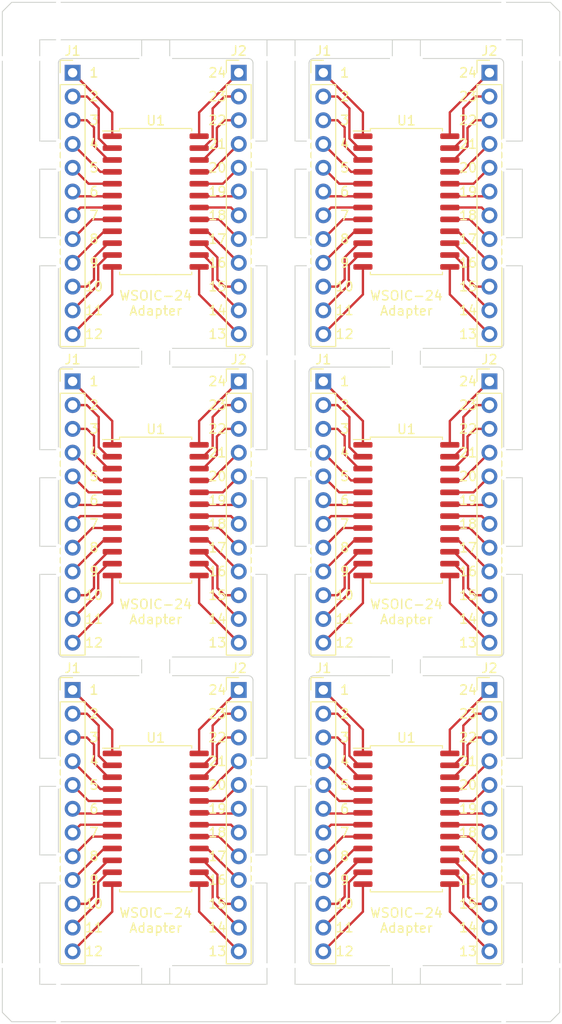
<source format=kicad_pcb>
(kicad_pcb (version 20211014) (generator pcbnew)
  (layers (0 "F.Cu" signal) (31 "B.Cu" signal) (34 "B.Paste" user) (35 "F.Paste" user) (36 "B.SilkS" user "B.Silkscreen") (37 "F.SilkS" user "F.Silkscreen") (38 "B.Mask" user) (39 "F.Mask" user) (44 "Edge.Cuts" user))
  (net 0 "")
  (net 1 "Board_0-Net-(J1-Pad1)")
  (net 2 "Board_0-Net-(J1-Pad10)")
  (net 3 "Board_0-Net-(J1-Pad11)")
  (net 4 "Board_0-Net-(J1-Pad12)")
  (net 5 "Board_0-Net-(J1-Pad2)")
  (net 6 "Board_0-Net-(J1-Pad3)")
  (net 7 "Board_0-Net-(J1-Pad4)")
  (net 8 "Board_0-Net-(J1-Pad5)")
  (net 9 "Board_0-Net-(J1-Pad6)")
  (net 10 "Board_0-Net-(J1-Pad7)")
  (net 11 "Board_0-Net-(J1-Pad8)")
  (net 12 "Board_0-Net-(J1-Pad9)")
  (net 13 "Board_0-Net-(J2-Pad1)")
  (net 14 "Board_0-Net-(J2-Pad2)")
  (net 15 "Board_0-Net-(U1-Pad13)")
  (net 16 "Board_0-Net-(U1-Pad14)")
  (net 17 "Board_0-Net-(U1-Pad15)")
  (net 18 "Board_0-Net-(U1-Pad16)")
  (net 19 "Board_0-Net-(U1-Pad17)")
  (net 20 "Board_0-Net-(U1-Pad18)")
  (net 21 "Board_0-Net-(U1-Pad19)")
  (net 22 "Board_0-Net-(U1-Pad20)")
  (net 23 "Board_0-Net-(U1-Pad21)")
  (net 24 "Board_0-Net-(U1-Pad22)")
  (net 25 "Board_1-Net-(J1-Pad1)")
  (net 26 "Board_1-Net-(J1-Pad10)")
  (net 27 "Board_1-Net-(J1-Pad11)")
  (net 28 "Board_1-Net-(J1-Pad12)")
  (net 29 "Board_1-Net-(J1-Pad2)")
  (net 30 "Board_1-Net-(J1-Pad3)")
  (net 31 "Board_1-Net-(J1-Pad4)")
  (net 32 "Board_1-Net-(J1-Pad5)")
  (net 33 "Board_1-Net-(J1-Pad6)")
  (net 34 "Board_1-Net-(J1-Pad7)")
  (net 35 "Board_1-Net-(J1-Pad8)")
  (net 36 "Board_1-Net-(J1-Pad9)")
  (net 37 "Board_1-Net-(J2-Pad1)")
  (net 38 "Board_1-Net-(J2-Pad2)")
  (net 39 "Board_1-Net-(U1-Pad13)")
  (net 40 "Board_1-Net-(U1-Pad14)")
  (net 41 "Board_1-Net-(U1-Pad15)")
  (net 42 "Board_1-Net-(U1-Pad16)")
  (net 43 "Board_1-Net-(U1-Pad17)")
  (net 44 "Board_1-Net-(U1-Pad18)")
  (net 45 "Board_1-Net-(U1-Pad19)")
  (net 46 "Board_1-Net-(U1-Pad20)")
  (net 47 "Board_1-Net-(U1-Pad21)")
  (net 48 "Board_1-Net-(U1-Pad22)")
  (net 49 "Board_2-Net-(J1-Pad1)")
  (net 50 "Board_2-Net-(J1-Pad10)")
  (net 51 "Board_2-Net-(J1-Pad11)")
  (net 52 "Board_2-Net-(J1-Pad12)")
  (net 53 "Board_2-Net-(J1-Pad2)")
  (net 54 "Board_2-Net-(J1-Pad3)")
  (net 55 "Board_2-Net-(J1-Pad4)")
  (net 56 "Board_2-Net-(J1-Pad5)")
  (net 57 "Board_2-Net-(J1-Pad6)")
  (net 58 "Board_2-Net-(J1-Pad7)")
  (net 59 "Board_2-Net-(J1-Pad8)")
  (net 60 "Board_2-Net-(J1-Pad9)")
  (net 61 "Board_2-Net-(J2-Pad1)")
  (net 62 "Board_2-Net-(J2-Pad2)")
  (net 63 "Board_2-Net-(U1-Pad13)")
  (net 64 "Board_2-Net-(U1-Pad14)")
  (net 65 "Board_2-Net-(U1-Pad15)")
  (net 66 "Board_2-Net-(U1-Pad16)")
  (net 67 "Board_2-Net-(U1-Pad17)")
  (net 68 "Board_2-Net-(U1-Pad18)")
  (net 69 "Board_2-Net-(U1-Pad19)")
  (net 70 "Board_2-Net-(U1-Pad20)")
  (net 71 "Board_2-Net-(U1-Pad21)")
  (net 72 "Board_2-Net-(U1-Pad22)")
  (net 73 "Board_3-Net-(J1-Pad1)")
  (net 74 "Board_3-Net-(J1-Pad10)")
  (net 75 "Board_3-Net-(J1-Pad11)")
  (net 76 "Board_3-Net-(J1-Pad12)")
  (net 77 "Board_3-Net-(J1-Pad2)")
  (net 78 "Board_3-Net-(J1-Pad3)")
  (net 79 "Board_3-Net-(J1-Pad4)")
  (net 80 "Board_3-Net-(J1-Pad5)")
  (net 81 "Board_3-Net-(J1-Pad6)")
  (net 82 "Board_3-Net-(J1-Pad7)")
  (net 83 "Board_3-Net-(J1-Pad8)")
  (net 84 "Board_3-Net-(J1-Pad9)")
  (net 85 "Board_3-Net-(J2-Pad1)")
  (net 86 "Board_3-Net-(J2-Pad2)")
  (net 87 "Board_3-Net-(U1-Pad13)")
  (net 88 "Board_3-Net-(U1-Pad14)")
  (net 89 "Board_3-Net-(U1-Pad15)")
  (net 90 "Board_3-Net-(U1-Pad16)")
  (net 91 "Board_3-Net-(U1-Pad17)")
  (net 92 "Board_3-Net-(U1-Pad18)")
  (net 93 "Board_3-Net-(U1-Pad19)")
  (net 94 "Board_3-Net-(U1-Pad20)")
  (net 95 "Board_3-Net-(U1-Pad21)")
  (net 96 "Board_3-Net-(U1-Pad22)")
  (net 97 "Board_4-Net-(J1-Pad1)")
  (net 98 "Board_4-Net-(J1-Pad10)")
  (net 99 "Board_4-Net-(J1-Pad11)")
  (net 100 "Board_4-Net-(J1-Pad12)")
  (net 101 "Board_4-Net-(J1-Pad2)")
  (net 102 "Board_4-Net-(J1-Pad3)")
  (net 103 "Board_4-Net-(J1-Pad4)")
  (net 104 "Board_4-Net-(J1-Pad5)")
  (net 105 "Board_4-Net-(J1-Pad6)")
  (net 106 "Board_4-Net-(J1-Pad7)")
  (net 107 "Board_4-Net-(J1-Pad8)")
  (net 108 "Board_4-Net-(J1-Pad9)")
  (net 109 "Board_4-Net-(J2-Pad1)")
  (net 110 "Board_4-Net-(J2-Pad2)")
  (net 111 "Board_4-Net-(U1-Pad13)")
  (net 112 "Board_4-Net-(U1-Pad14)")
  (net 113 "Board_4-Net-(U1-Pad15)")
  (net 114 "Board_4-Net-(U1-Pad16)")
  (net 115 "Board_4-Net-(U1-Pad17)")
  (net 116 "Board_4-Net-(U1-Pad18)")
  (net 117 "Board_4-Net-(U1-Pad19)")
  (net 118 "Board_4-Net-(U1-Pad20)")
  (net 119 "Board_4-Net-(U1-Pad21)")
  (net 120 "Board_4-Net-(U1-Pad22)")
  (net 121 "Board_5-Net-(J1-Pad1)")
  (net 122 "Board_5-Net-(J1-Pad10)")
  (net 123 "Board_5-Net-(J1-Pad11)")
  (net 124 "Board_5-Net-(J1-Pad12)")
  (net 125 "Board_5-Net-(J1-Pad2)")
  (net 126 "Board_5-Net-(J1-Pad3)")
  (net 127 "Board_5-Net-(J1-Pad4)")
  (net 128 "Board_5-Net-(J1-Pad5)")
  (net 129 "Board_5-Net-(J1-Pad6)")
  (net 130 "Board_5-Net-(J1-Pad7)")
  (net 131 "Board_5-Net-(J1-Pad8)")
  (net 132 "Board_5-Net-(J1-Pad9)")
  (net 133 "Board_5-Net-(J2-Pad1)")
  (net 134 "Board_5-Net-(J2-Pad2)")
  (net 135 "Board_5-Net-(U1-Pad13)")
  (net 136 "Board_5-Net-(U1-Pad14)")
  (net 137 "Board_5-Net-(U1-Pad15)")
  (net 138 "Board_5-Net-(U1-Pad16)")
  (net 139 "Board_5-Net-(U1-Pad17)")
  (net 140 "Board_5-Net-(U1-Pad18)")
  (net 141 "Board_5-Net-(U1-Pad19)")
  (net 142 "Board_5-Net-(U1-Pad20)")
  (net 143 "Board_5-Net-(U1-Pad21)")
  (net 144 "Board_5-Net-(U1-Pad22)")
  (footprint "Connector_PinHeader_2.54mm:PinHeader_1x12_P2.54mm_Vertical" (layer "F.Cu") (at 85.718004 36.029998)
    (fp_text reference "J2")
    (fp_text value "Conn_01x12_Male")
  )
  (footprint "NPTH" (layer "F.Cu") (at 66.412111 109.310336)
    (fp_text reference "REF**" hide)
    (fp_text value "NPTH" hide)
  )
  (footprint "NPTH" (layer "F.Cu") (at 87.239623 88.651002)
    (fp_text reference "REF**" hide)
    (fp_text value "NPTH" hide)
  )
  (footprint "NPTH" (layer "F.Cu") (at 39.588375 87.651002)
    (fp_text reference "REF**" hide)
    (fp_text value "NPTH" hide)
  )
  (footprint "NPTH" (layer "F.Cu") (at 77.326002 34.5091)
    (fp_text reference "REF**" hide)
    (fp_text value "NPTH" hide)
  )
  (footprint "NPTH" (layer "F.Cu") (at 39.589755 77.321001)
    (fp_text reference "REF**" hide)
    (fp_text value "NPTH" hide)
  )
  (footprint "NPTH" (layer "F.Cu") (at 50.499997 131.469004)
    (fp_text reference "REF**" hide)
    (fp_text value "NPTH" hide)
  )
  (footprint "NPTH" (layer "F.Cu") (at 49.499997 34.508897)
    (fp_text reference "REF**" hide)
    (fp_text value "NPTH" hide)
  )
  (footprint "NPTH" (layer "F.Cu") (at 87.239757 53.664331)
    (fp_text reference "REF**" hide)
    (fp_text value "NPTH" hide)
  )
  (footprint "NPTH" (layer "F.Cu") (at 39.586997 29.305198)
    (fp_text reference "REF**" hide)
    (fp_text value "NPTH" hide)
  )
  (footprint "NPTH" (layer "F.Cu") (at 63.911998 34.504998)
    (fp_text reference "REF**" hide)
    (fp_text value "NPTH" hide)
  )
  (footprint "NPTH" (layer "F.Cu") (at 87.240313 78.321001)
    (fp_text reference "REF**" hide)
    (fp_text value "NPTH" hide)
  )
  (footprint "Connector_PinHeader_2.54mm:PinHeader_1x12_P2.54mm_Vertical" (layer "F.Cu") (at 85.718004 69.018003)
    (fp_text reference "J2")
    (fp_text value "Conn_01x12_Male")
  )
  (footprint "NPTH" (layer "F.Cu") (at 87.241008 31.705798)
    (fp_text reference "REF**" hide)
    (fp_text value "NPTH" hide)
  )
  (footprint "NPTH" (layer "F.Cu") (at 87.239756 119.639672)
    (fp_text reference "REF**" hide)
    (fp_text value "NPTH" hide)
  )
  (footprint "Connector_PinHeader_2.54mm:PinHeader_1x12_P2.54mm_Vertical" (layer "F.Cu") (at 41.109997 36.029998)
    (fp_text reference "J1")
    (fp_text value "Conn_01x12_Male")
  )
  (footprint "NPTH" (layer "F.Cu") (at 60.411487 46.335664)
    (fp_text reference "REF**" hide)
    (fp_text value "NPTH" hide)
  )
  (footprint "Connector_PinHeader_2.54mm:PinHeader_1x12_P2.54mm_Vertical" (layer "F.Cu") (at 67.938004 36.029998)
    (fp_text reference "J1")
    (fp_text value "Conn_01x12_Male")
  )
  (footprint "NPTH" (layer "F.Cu") (at 87.239556 89.651002)
    (fp_text reference "REF**" hide)
    (fp_text value "NPTH" hide)
  )
  (footprint "NPTH" (layer "F.Cu") (at 87.241008 30.905598)
    (fp_text reference "REF**" hide)
    (fp_text value "NPTH" hide)
  )
  (footprint "NPTH" (layer "F.Cu") (at 75.326002 34.508695)
    (fp_text reference "REF**" hide)
    (fp_text value "NPTH" hide)
  )
  (footprint "NPTH" (layer "F.Cu") (at 50.499997 34.509099)
    (fp_text reference "REF**" hide)
    (fp_text value "NPTH" hide)
  )
  (footprint "NPTH" (layer "F.Cu") (at 39.588108 56.664331)
    (fp_text reference "REF**" hide)
    (fp_text value "NPTH" hide)
  )
  (footprint "NPTH" (layer "F.Cu") (at 48.499997 34.508695)
    (fp_text reference "REF**" hide)
    (fp_text value "NPTH" hide)
  )
  (footprint "NPTH" (layer "F.Cu") (at 90.840403 34.506998)
    (fp_text reference "REF**" hide)
    (fp_text value "NPTH" hide)
  )
  (footprint "NPTH" (layer "F.Cu") (at 39.586997 31.705798)
    (fp_text reference "REF**" hide)
    (fp_text value "NPTH" hide)
  )
  (footprint "NPTH" (layer "F.Cu") (at 35.187397 34.506998)
    (fp_text reference "REF**" hide)
    (fp_text value "NPTH" hide)
  )
  (footprint "NPTH" (layer "F.Cu") (at 39.588108 122.639672)
    (fp_text reference "REF**" hide)
    (fp_text value "NPTH" hide)
  )
  (footprint "NPTH" (layer "F.Cu") (at 66.412245 110.310336)
    (fp_text reference "REF**" hide)
    (fp_text value "NPTH" hide)
  )
  (footprint "Connector_PinHeader_2.54mm:PinHeader_1x12_P2.54mm_Vertical" (layer "F.Cu") (at 41.109997 102.006008)
    (fp_text reference "J1")
    (fp_text value "Conn_01x12_Male")
  )
  (footprint "NPTH" (layer "F.Cu") (at 60.410242 88.651002)
    (fp_text reference "REF**" hide)
    (fp_text value "NPTH" hide)
  )
  (footprint "NPTH" (layer "F.Cu") (at 50.499997 65.4911)
    (fp_text reference "REF**" hide)
    (fp_text value "NPTH" hide)
  )
  (footprint "NPTH" (layer "F.Cu") (at 87.241008 32.505998)
    (fp_text reference "REF**" hide)
    (fp_text value "NPTH" hide)
  )
  (footprint "NPTH" (layer "F.Cu") (at 87.24038 44.335664)
    (fp_text reference "REF**" hide)
    (fp_text value "NPTH" hide)
  )
  (footprint "NPTH" (layer "F.Cu") (at 63.911998 131.471007)
    (fp_text reference "REF**" hide)
    (fp_text value "NPTH" hide)
  )
  (footprint "NPTH" (layer "F.Cu") (at 39.586997 30.105398)
    (fp_text reference "REF**" hide)
    (fp_text value "NPTH" hide)
  )
  (footprint "NPTH" (layer "F.Cu") (at 49.499997 67.493102)
    (fp_text reference "REF**" hide)
    (fp_text value "NPTH" hide)
  )
  (footprint "NPTH" (layer "F.Cu") (at 66.412379 45.335664)
    (fp_text reference "REF**" hide)
    (fp_text value "NPTH" hide)
  )
  (footprint "NPTH" (layer "F.Cu") (at 51.499997 65.491302)
    (fp_text reference "REF**" hide)
    (fp_text value "NPTH" hide)
  )
  (footprint "NPTH" (layer "F.Cu") (at 50.499997 100.481953)
    (fp_text reference "REF**" hide)
    (fp_text value "NPTH" hide)
  )
  (footprint "NPTH" (layer "F.Cu") (at 39.589754 44.335664)
    (fp_text reference "REF**" hide)
    (fp_text value "NPTH" hide)
  )
  (footprint "NPTH" (layer "F.Cu") (at 60.41162 111.310336)
    (fp_text reference "REF**" hide)
    (fp_text value "NPTH" hide)
  )
  (footprint "Package_SO:SOIC-24W_7.5x15.4mm_P1.27mm" (layer "F.Cu") (at 49.999997 49.799998)
    (fp_text reference "U1")
    (fp_text value "24-Pin_Chip")
  )
  (footprint "NPTH" (layer "F.Cu") (at 60.410509 119.639672)
    (fp_text reference "REF**" hide)
    (fp_text value "NPTH" hide)
  )
  (footprint "NPTH" (layer "F.Cu") (at 87.23969 120.639672)
    (fp_text reference "REF**" hide)
    (fp_text value "NPTH" hide)
  )
  (footprint "NPTH" (layer "F.Cu") (at 49.499997 131.469003)
    (fp_text reference "REF**" hide)
    (fp_text value "NPTH" hide)
  )
  (footprint "NPTH" (layer "F.Cu") (at 48.499997 131.469003)
    (fp_text reference "REF**" hide)
    (fp_text value "NPTH" hide)
  )
  (footprint "NPTH" (layer "F.Cu") (at 61.911998 66.491999)
    (fp_text reference "REF**" hide)
    (fp_text value "NPTH" hide)
  )
  (footprint "NPTH" (layer "F.Cu") (at 93.241003 131.469009)
    (fp_text reference "REF**" hide)
    (fp_text value "NPTH" hide)
  )
  (footprint "NPTH" (layer "F.Cu") (at 87.240447 109.310336)
    (fp_text reference "REF**" hide)
    (fp_text value "NPTH" hide)
  )
  (footprint "Connector_PinHeader_2.54mm:PinHeader_1x12_P2.54mm_Vertical" (layer "F.Cu") (at 67.938004 102.006008)
    (fp_text reference "J1")
    (fp_text value "Conn_01x12_Male")
  )
  (footprint "NPTH" (layer "F.Cu") (at 60.411753 110.310336)
    (fp_text reference "REF**" hide)
    (fp_text value "NPTH" hide)
  )
  (footprint "NPTH" (layer "F.Cu") (at 78.326002 34.509302)
    (fp_text reference "REF**" hide)
    (fp_text value "NPTH" hide)
  )
  (footprint "NPTH" (layer "F.Cu") (at 60.411887 43.335664)
    (fp_text reference "REF**" hide)
    (fp_text value "NPTH" hide)
  )
  (footprint "NPTH" (layer "F.Cu") (at 39.589888 76.321001)
    (fp_text reference "REF**" hide)
    (fp_text value "NPTH" hide)
  )
  (footprint "Package_SO:SOIC-24W_7.5x15.4mm_P1.27mm" (layer "F.Cu") (at 76.828004 49.799998)
    (fp_text reference "U1")
    (fp_text value "24-Pin_Chip")
  )
  (footprint "Connector_PinHeader_2.54mm:PinHeader_1x12_P2.54mm_Vertical" (layer "F.Cu") (at 41.109997 69.018003)
    (fp_text reference "J1")
    (fp_text value "Conn_01x12_Male")
  )
  (footprint "NPTH" (layer "F.Cu") (at 75.326002 98.479849)
    (fp_text reference "REF**" hide)
    (fp_text value "NPTH" hide)
  )
  (footprint "NPTH" (layer "F.Cu") (at 92.440803 131.469009)
    (fp_text reference "REF**" hide)
    (fp_text value "NPTH" hide)
  )
  (footprint "NPTH" (layer "F.Cu") (at 77.326002 131.469004)
    (fp_text reference "REF**" hide)
    (fp_text value "NPTH" hide)
  )
  (footprint "NPTH" (layer "F.Cu") (at 36.787797 34.506998)
    (fp_text reference "REF**" hide)
    (fp_text value "NPTH" hide)
  )
  (footprint "NPTH" (layer "F.Cu") (at 39.588509 119.639672)
    (fp_text reference "REF**" hide)
    (fp_text value "NPTH" hide)
  )
  (footprint "NPTH" (layer "F.Cu") (at 34.387197 34.506998)
    (fp_text reference "REF**" hide)
    (fp_text value "NPTH" hide)
  )
  (footprint "NPTH" (layer "F.Cu") (at 33.586997 131.469009)
    (fp_text reference "REF**" hide)
    (fp_text value "NPTH" hide)
  )
  (footprint "NPTH" (layer "F.Cu") (at 87.24038 77.321001)
    (fp_text reference "REF**" hide)
    (fp_text value "NPTH" hide)
  )
  (footprint "NPTH" (layer "F.Cu") (at 66.413758 88.651002)
    (fp_text reference "REF**" hide)
    (fp_text value "NPTH" hide)
  )
  (footprint "NPTH" (layer "F.Cu") (at 39.589755 110.310336)
    (fp_text reference "REF**" hide)
    (fp_text value "NPTH" hide)
  )
  (footprint "NPTH" (layer "F.Cu") (at 78.326002 67.492698)
    (fp_text reference "REF**" hide)
    (fp_text value "NPTH" hide)
  )
  (footprint "NPTH" (layer "F.Cu") (at 87.23969 54.664331)
    (fp_text reference "REF**" hide)
    (fp_text value "NPTH" hide)
  )
  (footprint "NPTH" (layer "F.Cu") (at 60.411487 112.310336)
    (fp_text reference "REF**" hide)
    (fp_text value "NPTH" hide)
  )
  (footprint "NPTH" (layer "F.Cu") (at 76.326002 34.508897)
    (fp_text reference "REF**" hide)
    (fp_text value "NPTH" hide)
  )
  (footprint "NPTH" (layer "F.Cu") (at 87.23969 87.651002)
    (fp_text reference "REF**" hide)
    (fp_text value "NPTH" hide)
  )
  (footprint "NPTH" (layer "F.Cu") (at 39.589888 109.310336)
    (fp_text reference "REF**" hide)
    (fp_text value "NPTH" hide)
  )
  (footprint "NPTH" (layer "F.Cu") (at 60.411754 44.335664)
    (fp_text reference "REF**" hide)
    (fp_text value "NPTH" hide)
  )
  (footprint "NPTH" (layer "F.Cu") (at 51.499997 34.509301)
    (fp_text reference "REF**" hide)
    (fp_text value "NPTH" hide)
  )
  (footprint "NPTH" (layer "F.Cu") (at 75.326002 131.469003)
    (fp_text reference "REF**" hide)
    (fp_text value "NPTH" hide)
  )
  (footprint "NPTH" (layer "F.Cu") (at 63.911998 66.491999)
    (fp_text reference "REF**" hide)
    (fp_text value "NPTH" hide)
  )
  (footprint "NPTH" (layer "F.Cu") (at 49.499997 65.490898)
    (fp_text reference "REF**" hide)
    (fp_text value "NPTH" hide)
  )
  (footprint "NPTH" (layer "F.Cu") (at 39.588508 53.664331)
    (fp_text reference "REF**" hide)
    (fp_text value "NPTH" hide)
  )
  (footprint "NPTH" (layer "F.Cu") (at 64.911998 131.471007)
    (fp_text reference "REF**" hide)
    (fp_text value "NPTH" hide)
  )
  (footprint "NPTH" (layer "F.Cu") (at 39.586997 135.870607)
    (fp_text reference "REF**" hide)
    (fp_text value "NPTH" hide)
  )
  (footprint "NPTH" (layer "F.Cu") (at 87.240313 45.335664)
    (fp_text reference "REF**" hide)
    (fp_text value "NPTH" hide)
  )
  (footprint "NPTH" (layer "F.Cu") (at 76.326002 67.493102)
    (fp_text reference "REF**" hide)
    (fp_text value "NPTH" hide)
  )
  (footprint "NPTH" (layer "F.Cu") (at 48.499997 100.482156)
    (fp_text reference "REF**" hide)
    (fp_text value "NPTH" hide)
  )
  (footprint "NPTH" (layer "F.Cu") (at 51.499997 131.469004)
    (fp_text reference "REF**" hide)
    (fp_text value "NPTH" hide)
  )
  (footprint "NPTH" (layer "F.Cu") (at 66.412245 44.335664)
    (fp_text reference "REF**" hide)
    (fp_text value "NPTH" hide)
  )
  (footprint "NPTH" (layer "F.Cu") (at 35.987597 34.506998)
    (fp_text reference "REF**" hide)
    (fp_text value "NPTH" hide)
  )
  (footprint "NPTH" (layer "F.Cu") (at 33.586997 34.506998)
    (fp_text reference "REF**" hide)
    (fp_text value "NPTH" hide)
  )
  (footprint "NPTH" (layer "F.Cu") (at 36.787797 131.469009)
    (fp_text reference "REF**" hide)
    (fp_text value "NPTH" hide)
  )
  (footprint "NPTH" (layer "F.Cu") (at 49.499997 100.482054)
    (fp_text reference "REF**" hide)
    (fp_text value "NPTH" hide)
  )
  (footprint "NPTH" (layer "F.Cu") (at 39.588375 54.664331)
    (fp_text reference "REF**" hide)
    (fp_text value "NPTH" hide)
  )
  (footprint "NPTH" (layer "F.Cu") (at 87.239623 121.639672)
    (fp_text reference "REF**" hide)
    (fp_text value "NPTH" hide)
  )
  (footprint "NPTH" (layer "F.Cu") (at 66.413758 121.639672)
    (fp_text reference "REF**" hide)
    (fp_text value "NPTH" hide)
  )
  (footprint "NPTH" (layer "F.Cu") (at 60.410243 121.639672)
    (fp_text reference "REF**" hide)
    (fp_text value "NPTH" hide)
  )
  (footprint "NPTH" (layer "F.Cu") (at 76.326002 100.482054)
    (fp_text reference "REF**" hide)
    (fp_text value "NPTH" hide)
  )
  (footprint "NPTH" (layer "F.Cu") (at 39.586997 28.504998)
    (fp_text reference "REF**" hide)
    (fp_text value "NPTH" hide)
  )
  (footprint "NPTH" (layer "F.Cu") (at 78.326002 131.469004)
    (fp_text reference "REF**" hide)
    (fp_text value "NPTH" hide)
  )
  (footprint "NPTH" (layer "F.Cu") (at 49.499997 98.479951)
    (fp_text reference "REF**" hide)
    (fp_text value "NPTH" hide)
  )
  (footprint "NPTH" (layer "F.Cu") (at 60.41051 53.664331)
    (fp_text reference "REF**" hide)
    (fp_text value "NPTH" hide)
  )
  (footprint "NPTH" (layer "F.Cu") (at 66.413491 53.664331)
    (fp_text reference "REF**" hide)
    (fp_text value "NPTH" hide)
  )
  (footprint "NPTH" (layer "F.Cu") (at 66.412112 43.335664)
    (fp_text reference "REF**" hide)
    (fp_text value "NPTH" hide)
  )
  (footprint "NPTH" (layer "F.Cu") (at 78.326002 65.491301)
    (fp_text reference "REF**" hide)
    (fp_text value "NPTH" hide)
  )
  (footprint "NPTH" (layer "F.Cu") (at 60.411887 76.321001)
    (fp_text reference "REF**" hide)
    (fp_text value "NPTH" hide)
  )
  (footprint "Connector_PinHeader_2.54mm:PinHeader_1x12_P2.54mm_Vertical" (layer "F.Cu") (at 85.718004 102.006008)
    (fp_text reference "J2")
    (fp_text value "Conn_01x12_Male")
  )
  (footprint "NPTH" (layer "F.Cu") (at 90.840403 131.469009)
    (fp_text reference "REF**" hide)
    (fp_text value "NPTH" hide)
  )
  (footprint "NPTH" (layer "F.Cu") (at 35.187397 131.469009)
    (fp_text reference "REF**" hide)
    (fp_text value "NPTH" hide)
  )
  (footprint "NPTH" (layer "F.Cu") (at 87.240247 112.310336)
    (fp_text reference "REF**" hide)
    (fp_text value "NPTH" hide)
  )
  (footprint "NPTH" (layer "F.Cu") (at 87.240447 43.335664)
    (fp_text reference "REF**" hide)
    (fp_text value "NPTH" hide)
  )
  (footprint "NPTH" (layer "F.Cu") (at 39.589621 111.310336)
    (fp_text reference "REF**" hide)
    (fp_text value "NPTH" hide)
  )
  (footprint "NPTH" (layer "F.Cu") (at 61.911998 34.504998)
    (fp_text reference "REF**" hide)
    (fp_text value "NPTH" hide)
  )
  (footprint "NPTH" (layer "F.Cu") (at 77.326002 65.491099)
    (fp_text reference "REF**" hide)
    (fp_text value "NPTH" hide)
  )
  (footprint "NPTH" (layer "F.Cu") (at 39.589621 78.321001)
    (fp_text reference "REF**" hide)
    (fp_text value "NPTH" hide)
  )
  (footprint "NPTH" (layer "F.Cu") (at 39.588108 89.651002)
    (fp_text reference "REF**" hide)
    (fp_text value "NPTH" hide)
  )
  (footprint "NPTH" (layer "F.Cu") (at 60.410509 86.651002)
    (fp_text reference "REF**" hide)
    (fp_text value "NPTH" hide)
  )
  (footprint "NPTH" (layer "F.Cu") (at 76.326002 131.469003)
    (fp_text reference "REF**" hide)
    (fp_text value "NPTH" hide)
  )
  (footprint "NPTH" (layer "F.Cu") (at 62.911998 131.471007)
    (fp_text reference "REF**" hide)
    (fp_text value "NPTH" hide)
  )
  (footprint "NPTH" (layer "F.Cu") (at 60.41011 56.664331)
    (fp_text reference "REF**" hide)
    (fp_text value "NPTH" hide)
  )
  (footprint "NPTH" (layer "F.Cu") (at 87.241008 137.471007)
    (fp_text reference "REF**" hide)
    (fp_text value "NPTH" hide)
  )
  (footprint "NPTH" (layer "F.Cu") (at 60.410243 55.664331)
    (fp_text reference "REF**" hide)
    (fp_text value "NPTH" hide)
  )
  (footprint "NPTH" (layer "F.Cu") (at 87.241008 28.504998)
    (fp_text reference "REF**" hide)
    (fp_text value "NPTH" hide)
  )
  (footprint "NPTH" (layer "F.Cu") (at 39.589487 46.335664)
    (fp_text reference "REF**" hide)
    (fp_text value "NPTH" hide)
  )
  (footprint "NPTH" (layer "F.Cu") (at 64.911998 34.504998)
    (fp_text reference "REF**" hide)
    (fp_text value "NPTH" hide)
  )
  (footprint "NPTH" (layer "F.Cu") (at 51.499997 98.480153)
    (fp_text reference "REF**" hide)
    (fp_text value "NPTH" hide)
  )
  (footprint "Package_SO:SOIC-24W_7.5x15.4mm_P1.27mm" (layer "F.Cu") (at 76.828004 82.788003)
    (fp_text reference "U1")
    (fp_text value "24-Pin_Chip")
  )
  (footprint "NPTH" (layer "F.Cu") (at 87.239756 86.651002)
    (fp_text reference "REF**" hide)
    (fp_text value "NPTH" hide)
  )
  (footprint "NPTH" (layer "F.Cu") (at 39.588242 121.639672)
    (fp_text reference "REF**" hide)
    (fp_text value "NPTH" hide)
  )
  (footprint "NPTH" (layer "F.Cu") (at 48.499997 98.47985)
    (fp_text reference "REF**" hide)
    (fp_text value "NPTH" hide)
  )
  (footprint "NPTH" (layer "F.Cu") (at 60.410376 54.664331)
    (fp_text reference "REF**" hide)
    (fp_text value "NPTH" hide)
  )
  (footprint "NPTH" (layer "F.Cu") (at 39.588509 86.651002)
    (fp_text reference "REF**" hide)
    (fp_text value "NPTH" hide)
  )
  (footprint "NPTH" (layer "F.Cu") (at 89.240003 34.506998)
    (fp_text reference "REF**" hide)
    (fp_text value "NPTH" hide)
  )
  (footprint "NPTH" (layer "F.Cu") (at 87.239623 55.664331)
    (fp_text reference "REF**" hide)
    (fp_text value "NPTH" hide)
  )
  (footprint "NPTH" (layer "F.Cu") (at 60.41162 78.321001)
    (fp_text reference "REF**" hide)
    (fp_text value "NPTH" hide)
  )
  (footprint "NPTH" (layer "F.Cu") (at 39.586997 30.905598)
    (fp_text reference "REF**" hide)
    (fp_text value "NPTH" hide)
  )
  (footprint "NPTH" (layer "F.Cu") (at 39.586997 32.505998)
    (fp_text reference "REF**" hide)
    (fp_text value "NPTH" hide)
  )
  (footprint "NPTH" (layer "F.Cu") (at 66.412378 111.310336)
    (fp_text reference "REF**" hide)
    (fp_text value "NPTH" hide)
  )
  (footprint "NPTH" (layer "F.Cu") (at 50.499997 98.480052)
    (fp_text reference "REF**" hide)
    (fp_text value "NPTH" hide)
  )
  (footprint "NPTH" (layer "F.Cu") (at 66.413892 122.639672)
    (fp_text reference "REF**" hide)
    (fp_text value "NPTH" hide)
  )
  (footprint "NPTH" (layer "F.Cu") (at 39.589488 79.321001)
    (fp_text reference "REF**" hide)
    (fp_text value "NPTH" hide)
  )
  (footprint "NPTH" (layer "F.Cu") (at 87.241008 30.105398)
    (fp_text reference "REF**" hide)
    (fp_text value "NPTH" hide)
  )
  (footprint "NPTH" (layer "F.Cu") (at 60.410376 87.651002)
    (fp_text reference "REF**" hide)
    (fp_text value "NPTH" hide)
  )
  (footprint "NPTH" (layer "F.Cu") (at 35.987597 131.469009)
    (fp_text reference "REF**" hide)
    (fp_text value "NPTH" hide)
  )
  (footprint "NPTH" (layer "F.Cu") (at 39.589888 43.335664)
    (fp_text reference "REF**" hide)
    (fp_text value "NPTH" hide)
  )
  (footprint "NPTH" (layer "F.Cu") (at 39.586997 136.670807)
    (fp_text reference "REF**" hide)
    (fp_text value "NPTH" hide)
  )
  (footprint "NPTH" (layer "F.Cu") (at 39.586997 134.270207)
    (fp_text reference "REF**" hide)
    (fp_text value "NPTH" hide)
  )
  (footprint "NPTH" (layer "F.Cu") (at 51.499997 100.481852)
    (fp_text reference "REF**" hide)
    (fp_text value "NPTH" hide)
  )
  (footprint "NPTH" (layer "F.Cu") (at 60.41162 45.335664)
    (fp_text reference "REF**" hide)
    (fp_text value "NPTH" hide)
  )
  (footprint "NPTH" (layer "F.Cu") (at 34.387197 131.469009)
    (fp_text reference "REF**" hide)
    (fp_text value "NPTH" hide)
  )
  (footprint "NPTH" (layer "F.Cu") (at 93.241003 34.506998)
    (fp_text reference "REF**" hide)
    (fp_text value "NPTH" hide)
  )
  (footprint "NPTH" (layer "F.Cu") (at 64.911998 66.491999)
    (fp_text reference "REF**" hide)
    (fp_text value "NPTH" hide)
  )
  (footprint "NPTH" (layer "F.Cu") (at 91.640603 34.506998)
    (fp_text reference "REF**" hide)
    (fp_text value "NPTH" hide)
  )
  (footprint "NPTH" (layer "F.Cu") (at 77.326002 100.481953)
    (fp_text reference "REF**" hide)
    (fp_text value "NPTH" hide)
  )
  (footprint "Connector_PinHeader_2.54mm:PinHeader_1x12_P2.54mm_Vertical" (layer "F.Cu") (at 58.889997 102.006008)
    (fp_text reference "J2")
    (fp_text value "Conn_01x12_Male")
  )
  (footprint "NPTH" (layer "F.Cu") (at 60.410376 120.639672)
    (fp_text reference "REF**" hide)
    (fp_text value "NPTH" hide)
  )
  (footprint "NPTH" (layer "F.Cu") (at 66.413625 87.651002)
    (fp_text reference "REF**" hide)
    (fp_text value "NPTH" hide)
  )
  (footprint "NPTH" (layer "F.Cu") (at 78.326002 98.480153)
    (fp_text reference "REF**" hide)
    (fp_text value "NPTH" hide)
  )
  (footprint "NPTH" (layer "F.Cu") (at 48.499997 67.493304)
    (fp_text reference "REF**" hide)
    (fp_text value "NPTH" hide)
  )
  (footprint "NPTH" (layer "F.Cu") (at 39.589488 112.310336)
    (fp_text reference "REF**" hide)
    (fp_text value "NPTH" hide)
  )
  (footprint "NPTH" (layer "F.Cu") (at 39.586997 135.070407)
    (fp_text reference "REF**" hide)
    (fp_text value "NPTH" hide)
  )
  (footprint "NPTH" (layer "F.Cu") (at 66.412245 77.321001)
    (fp_text reference "REF**" hide)
    (fp_text value "NPTH" hide)
  )
  (footprint "NPTH" (layer "F.Cu") (at 87.241008 135.870607)
    (fp_text reference "REF**" hide)
    (fp_text value "NPTH" hide)
  )
  (footprint "NPTH" (layer "F.Cu") (at 60.410109 122.639672)
    (fp_text reference "REF**" hide)
    (fp_text value "NPTH" hide)
  )
  (footprint "NPTH" (layer "F.Cu") (at 87.241008 136.670807)
    (fp_text reference "REF**" hide)
    (fp_text value "NPTH" hide)
  )
  (footprint "Connector_PinHeader_2.54mm:PinHeader_1x12_P2.54mm_Vertical" (layer "F.Cu") (at 67.938004 69.018003)
    (fp_text reference "J1")
    (fp_text value "Conn_01x12_Male")
  )
  (footprint "NPTH" (layer "F.Cu") (at 66.412111 76.321001)
    (fp_text reference "REF**" hide)
    (fp_text value "NPTH" hide)
  )
  (footprint "NPTH" (layer "F.Cu") (at 39.588242 88.651002)
    (fp_text reference "REF**" hide)
    (fp_text value "NPTH" hide)
  )
  (footprint "NPTH" (layer "F.Cu") (at 66.413625 120.639672)
    (fp_text reference "REF**" hide)
    (fp_text value "NPTH" hide)
  )
  (footprint "NPTH" (layer "F.Cu") (at 78.326002 100.481851)
    (fp_text reference "REF**" hide)
    (fp_text value "NPTH" hide)
  )
  (footprint "NPTH" (layer "F.Cu") (at 61.911998 131.471007)
    (fp_text reference "REF**" hide)
    (fp_text value "NPTH" hide)
  )
  (footprint "NPTH" (layer "F.Cu") (at 51.499997 67.492698)
    (fp_text reference "REF**" hide)
    (fp_text value "NPTH" hide)
  )
  (footprint "NPTH" (layer "F.Cu") (at 66.412378 78.321001)
    (fp_text reference "REF**" hide)
    (fp_text value "NPTH" hide)
  )
  (footprint "NPTH" (layer "F.Cu") (at 66.413625 54.664331)
    (fp_text reference "REF**" hide)
    (fp_text value "NPTH" hide)
  )
  (footprint "Connector_PinHeader_2.54mm:PinHeader_1x12_P2.54mm_Vertical" (layer "F.Cu") (at 58.889997 69.018003)
    (fp_text reference "J2")
    (fp_text value "Conn_01x12_Male")
  )
  (footprint "NPTH" (layer "F.Cu") (at 39.588375 120.639672)
    (fp_text reference "REF**" hide)
    (fp_text value "NPTH" hide)
  )
  (footprint "NPTH" (layer "F.Cu") (at 66.412512 79.321001)
    (fp_text reference "REF**" hide)
    (fp_text value "NPTH" hide)
  )
  (footprint "NPTH" (layer "F.Cu") (at 66.412512 46.335664)
    (fp_text reference "REF**" hide)
    (fp_text value "NPTH" hide)
  )
  (footprint "NPTH" (layer "F.Cu") (at 66.412512 112.310336)
    (fp_text reference "REF**" hide)
    (fp_text value "NPTH" hide)
  )
  (footprint "NPTH" (layer "F.Cu") (at 76.326002 65.490897)
    (fp_text reference "REF**" hide)
    (fp_text value "NPTH" hide)
  )
  (footprint "NPTH" (layer "F.Cu") (at 39.586997 137.471007)
    (fp_text reference "REF**" hide)
    (fp_text value "NPTH" hide)
  )
  (footprint "NPTH" (layer "F.Cu") (at 60.411754 77.321001)
    (fp_text reference "REF**" hide)
    (fp_text value "NPTH" hide)
  )
  (footprint "NPTH" (layer "F.Cu") (at 87.240313 111.310336)
    (fp_text reference "REF**" hide)
    (fp_text value "NPTH" hide)
  )
  (footprint "NPTH" (layer "F.Cu") (at 77.326002 67.4929)
    (fp_text reference "REF**" hide)
    (fp_text value "NPTH" hide)
  )
  (footprint "NPTH" (layer "F.Cu") (at 60.411487 79.321001)
    (fp_text reference "REF**" hide)
    (fp_text value "NPTH" hide)
  )
  (footprint "NPTH" (layer "F.Cu") (at 37.587997 34.506998)
    (fp_text reference "REF**" hide)
    (fp_text value "NPTH" hide)
  )
  (footprint "NPTH" (layer "F.Cu") (at 87.241008 29.305198)
    (fp_text reference "REF**" hide)
    (fp_text value "NPTH" hide)
  )
  (footprint "NPTH" (layer "F.Cu") (at 75.326002 67.493304)
    (fp_text reference "REF**" hide)
    (fp_text value "NPTH" hide)
  )
  (footprint "NPTH" (layer "F.Cu") (at 92.440803 34.506998)
    (fp_text reference "REF**" hide)
    (fp_text value "NPTH" hide)
  )
  (footprint "NPTH" (layer "F.Cu") (at 87.240247 46.335664)
    (fp_text reference "REF**" hide)
    (fp_text value "NPTH" hide)
  )
  (footprint "NPTH" (layer "F.Cu") (at 87.241008 133.470007)
    (fp_text reference "REF**" hide)
    (fp_text value "NPTH" hide)
  )
  (footprint "NPTH" (layer "F.Cu") (at 87.239556 122.639672)
    (fp_text reference "REF**" hide)
    (fp_text value "NPTH" hide)
  )
  (footprint "Package_SO:SOIC-24W_7.5x15.4mm_P1.27mm" (layer "F.Cu") (at 49.999997 115.776008)
    (fp_text reference "U1")
    (fp_text value "24-Pin_Chip")
  )
  (footprint "NPTH" (layer "F.Cu") (at 87.241008 135.070407)
    (fp_text reference "REF**" hide)
    (fp_text value "NPTH" hide)
  )
  (footprint "NPTH" (layer "F.Cu") (at 89.240003 131.469009)
    (fp_text reference "REF**" hide)
    (fp_text value "NPTH" hide)
  )
  (footprint "NPTH" (layer "F.Cu") (at 87.24038 110.310336)
    (fp_text reference "REF**" hide)
    (fp_text value "NPTH" hide)
  )
  (footprint "Connector_PinHeader_2.54mm:PinHeader_1x12_P2.54mm_Vertical" (layer "F.Cu") (at 58.889997 36.029998)
    (fp_text reference "J2")
    (fp_text value "Conn_01x12_Male")
  )
  (footprint "NPTH" (layer "F.Cu") (at 66.413491 86.651002)
    (fp_text reference "REF**" hide)
    (fp_text value "NPTH" hide)
  )
  (footprint "NPTH" (layer "F.Cu") (at 77.326002 98.480051)
    (fp_text reference "REF**" hide)
    (fp_text value "NPTH" hide)
  )
  (footprint "NPTH" (layer "F.Cu") (at 39.586997 133.470007)
    (fp_text reference "REF**" hide)
    (fp_text value "NPTH" hide)
  )
  (footprint "NPTH" (layer "F.Cu") (at 66.413892 56.664331)
    (fp_text reference "REF**" hide)
    (fp_text value "NPTH" hide)
  )
  (footprint "NPTH" (layer "F.Cu") (at 60.411887 109.310336)
    (fp_text reference "REF**" hide)
    (fp_text value "NPTH" hide)
  )
  (footprint "NPTH" (layer "F.Cu") (at 39.588241 55.664331)
    (fp_text reference "REF**" hide)
    (fp_text value "NPTH" hide)
  )
  (footprint "NPTH" (layer "F.Cu") (at 76.326002 98.47995)
    (fp_text reference "REF**" hide)
    (fp_text value "NPTH" hide)
  )
  (footprint "NPTH" (layer "F.Cu") (at 90.040203 34.506998)
    (fp_text reference "REF**" hide)
    (fp_text value "NPTH" hide)
  )
  (footprint "NPTH" (layer "F.Cu") (at 60.410109 89.651002)
    (fp_text reference "REF**" hide)
    (fp_text value "NPTH" hide)
  )
  (footprint "NPTH" (layer "F.Cu") (at 87.240447 76.321001)
    (fp_text reference "REF**" hide)
    (fp_text value "NPTH" hide)
  )
  (footprint "NPTH" (layer "F.Cu") (at 62.911998 66.491999)
    (fp_text reference "REF**" hide)
    (fp_text value "NPTH" hide)
  )
  (footprint "Package_SO:SOIC-24W_7.5x15.4mm_P1.27mm" (layer "F.Cu") (at 76.828004 115.776008)
    (fp_text reference "U1")
    (fp_text value "24-Pin_Chip")
  )
  (footprint "NPTH" (layer "F.Cu") (at 50.499997 67.4929)
    (fp_text reference "REF**" hide)
    (fp_text value "NPTH" hide)
  )
  (footprint "NPTH" (layer "F.Cu") (at 90.040203 131.469009)
    (fp_text reference "REF**" hide)
    (fp_text value "NPTH" hide)
  )
  (footprint "NPTH" (layer "F.Cu") (at 62.911998 34.504998)
    (fp_text reference "REF**" hide)
    (fp_text value "NPTH" hide)
  )
  (footprint "NPTH" (layer "F.Cu") (at 87.240247 79.321001)
    (fp_text reference "REF**" hide)
    (fp_text value "NPTH" hide)
  )
  (footprint "NPTH" (layer "F.Cu") (at 66.413491 119.639672)
    (fp_text reference "REF**" hide)
    (fp_text value "NPTH" hide)
  )
  (footprint "NPTH" (layer "F.Cu") (at 87.241008 134.270207)
    (fp_text reference "REF**" hide)
    (fp_text value "NPTH" hide)
  )
  (footprint "NPTH" (layer "F.Cu") (at 48.499997 65.490696)
    (fp_text reference "REF**" hide)
    (fp_text value "NPTH" hide)
  )
  (footprint "NPTH" (layer "F.Cu") (at 87.239556 56.664331)
    (fp_text reference "REF**" hide)
    (fp_text value "NPTH" hide)
  )
  (footprint "NPTH" (layer "F.Cu") (at 75.326002 65.490696)
    (fp_text reference "REF**" hide)
    (fp_text value "NPTH" hide)
  )
  (footprint "NPTH" (layer "F.Cu") (at 37.587997 131.469009)
    (fp_text reference "REF**" hide)
    (fp_text value "NPTH" hide)
  )
  (footprint "NPTH" (layer "F.Cu") (at 75.326002 100.482156)
    (fp_text reference "REF**" hide)
    (fp_text value "NPTH" hide)
  )
  (footprint "Package_SO:SOIC-24W_7.5x15.4mm_P1.27mm" (layer "F.Cu") (at 49.999997 82.788003)
    (fp_text reference "U1")
    (fp_text value "24-Pin_Chip")
  )
  (footprint "NPTH" (layer "F.Cu") (at 66.413892 89.651002)
    (fp_text reference "REF**" hide)
    (fp_text value "NPTH" hide)
  )
  (footprint "NPTH" (layer "F.Cu") (at 39.589621 45.335664)
    (fp_text reference "REF**" hide)
    (fp_text value "NPTH" hide)
  )
  (footprint "NPTH" (layer "F.Cu") (at 91.640603 131.469009)
    (fp_text reference "REF**" hide)
    (fp_text value "NPTH" hide)
  )
  (footprint "NPTH" (layer "F.Cu") (at 66.413758 55.664331)
    (fp_text reference "REF**" hide)
    (fp_text value "NPTH" hide)
  )
  (gr_line (start 86.787234 100.483799) (end 86.730088 100.479003) (layer "Edge.Cuts") (width 0.1))
  (gr_line (start 86.839805 131.45989) (end 86.891268 131.446103) (layer "Edge.Cuts") (width 0.1))
  (gr_line (start 86.865717 34.522335) (end 86.813603 34.511261) (layer "Edge.Cuts") (width 0.1))
  (gr_line (start 86.891318 67.517923) (end 86.839856 67.504131) (layer "Edge.Cuts") (width 0.1))
  (gr_line (start 87.174823 67.747526) (end 87.145808 67.702841) (layer "Edge.Cuts") (width 0.1))
  (gr_line (start 66.842404 65.488734) (end 66.895338 65.494298) (layer "Edge.Cuts") (width 0.1))
  (gr_line (start 60.08843 34.538815) (end 60.03776 34.522349) (layer "Edge.Cuts") (width 0.1))
  (gr_line (start 60.414996 100.989981) (end 60.41221 100.936829) (layer "Edge.Cuts") (width 0.1))
  (gr_line (start 66.48121 98.228525) (end 66.510199 98.273164) (layer "Edge.Cuts") (width 0.1))
  (gr_line (start 39.936682 67.517923) (end 39.886992 67.536998) (layer "Edge.Cuts") (width 0.1))
  (gr_line (start 87.218083 131.119322) (end 87.225666 131.093721) (layer "Edge.Cuts") (width 0.1))
  (gr_line (start 39.862892 67.548493) (end 39.816754 67.575134) (layer "Edge.Cuts") (width 0.1))
  (gr_line (start 86.941008 65.451002) (end 86.98848 65.426817) (layer "Edge.Cuts") (width 0.1))
  (gr_line (start 66.842353 100.487279) (end 66.79029 100.498345) (layer "Edge.Cuts") (width 0.1))
  (gr_line (start 39.59126 67.922403) (end 39.585693 67.975443) (layer "Edge.Cuts") (width 0.1))
  (gr_line (start 60.31777 131.261211) (end 60.346816 131.216484) (layer "Edge.Cuts") (width 0.1))
  (gr_line (start 87.225652 65.117761) (end 87.236732 65.065648) (layer "Edge.Cuts") (width 0.1))
  (gr_line (start 51.499997 67.490698) (end 51.499997 65.493302) (layer "Edge.Cuts") (width 0.1))
  (gr_line (start 66.543726 98.31457) (end 66.562105 98.333938) (layer "Edge.Cuts") (width 0.1))
  (gr_line (start 66.690899 34.560488) (end 66.644805 34.587101) (layer "Edge.Cuts") (width 0.1))
  (gr_line (start 39.886992 100.525003) (end 39.862892 100.536498) (layer "Edge.Cuts") (width 0.1))
  (gr_line (start 66.411491 53.664331) (end 64.912998 53.664331) (layer "Edge.Cuts") (width 0.1))
  (gr_line (start 78.326002 32.506998) (end 75.326002 32.506998) (layer "Edge.Cuts") (width 0.1))
  (gr_line (start 66.739619 100.514806) (end 66.714951 100.525024) (layer "Edge.Cuts") (width 0.1))
  (gr_line (start 33.586997 136.472007) (end 34.585997 137.471007) (layer "Edge.Cuts") (width 0.1))
  (gr_line (start 60.413887 76.321001) (end 60.414996 68.002003) (layer "Edge.Cuts") (width 0.1))
  (gr_line (start 60.03771 131.45367) (end 60.088381 131.437209) (layer "Edge.Cuts") (width 0.1))
  (gr_line (start 66.409 100.99) (end 66.410111 109.310336) (layer "Edge.Cuts") (width 0.1))
  (gr_line (start 87.242304 98.000668) (end 87.241 97.969978) (layer "Edge.Cuts") (width 0.1))
  (gr_line (start 87.011246 67.575134) (end 86.98848 67.561183) (layer "Edge.Cuts") (width 0.1))
  (gr_line (start 66.714951 131.426991) (end 66.739619 131.437209) (layer "Edge.Cuts") (width 0.1))
  (gr_line (start 60.2263 34.618414) (end 60.183195 34.587101) (layer "Edge.Cuts") (width 0.1))
  (gr_line (start 66.495135 65.26324) (end 66.52642 65.306301) (layer "Edge.Cuts") (width 0.1))
  (gr_line (start 87.242447 43.335664) (end 87.243003 35.013971) (layer "Edge.Cuts") (width 0.1))
  (gr_line (start 66.79024 131.453656) (end 66.816202 131.45989) (layer "Edge.Cuts") (width 0.1))
  (gr_line (start 87.160872 65.26324) (end 87.187513 65.217102) (layer "Edge.Cuts") (width 0.1))
  (gr_line (start 66.562068 65.345896) (end 66.581436 65.364275) (layer "Edge.Cuts") (width 0.1))
  (gr_line (start 64.912998 86.651002) (end 64.912998 79.321001) (layer "Edge.Cuts") (width 0.1))
  (gr_line (start 87.093902 67.642067) (end 87.054347 67.606452) (layer "Edge.Cuts") (width 0.1))
  (gr_line (start 66.667527 100.549188) (end 66.622842 100.578203) (layer "Edge.Cuts") (width 0.1))
  (gr_line (start 87.242247 79.321001) (end 89.240003 79.321001) (layer "Edge.Cuts") (width 0.1))
  (gr_line (start 60.30158 100.669704) (end 60.265932 100.630109) (layer "Edge.Cuts") (width 0.1))
  (gr_line (start 39.588999 68.000066) (end 39.587888 76.321001) (layer "Edge.Cuts") (width 0.1))
  (gr_line (start 60.413487 46.335664) (end 61.910998 46.335664) (layer "Edge.Cuts") (width 0.1))
  (gr_line (start 59.905996 98.483002) (end 59.932662 98.482303) (layer "Edge.Cuts") (width 0.1))
  (gr_line (start 66.842353 34.511269) (end 66.79029 34.522335) (layer "Edge.Cuts") (width 0.1))
  (gr_line (start 40.090028 98.481) (end 48.499997 98.48185) (layer "Edge.Cuts") (width 0.1))
  (gr_line (start 66.922004 34.504998) (end 66.868825 34.507784) (layer "Edge.Cuts") (width 0.1))
  (gr_line (start 66.410111 109.310336) (end 64.912998 109.310336) (layer "Edge.Cuts") (width 0.1))
  (gr_line (start 66.922003 100.481008) (end 66.868825 100.483794) (layer "Edge.Cuts") (width 0.1))
  (gr_line (start 39.794835 65.397802) (end 39.839474 65.426791) (layer "Edge.Cuts") (width 0.1))
  (gr_line (start 59.932725 67.493707) (end 59.910102 67.489005) (layer "Edge.Cuts") (width 0.1))
  (gr_line (start 66.920026 98.481) (end 75.326002 98.481849) (layer "Edge.Cuts") (width 0.1))
  (gr_line (start 86.98848 65.426817) (end 87.011246 65.412866) (layer "Edge.Cuts") (width 0.1))
  (gr_line (start 39.773693 67.606419) (end 39.734098 67.642067) (layer "Edge.Cuts") (width 0.1))
  (gr_line (start 87.187513 65.217102) (end 87.209186 65.168431) (layer "Edge.Cuts") (width 0.1))
  (gr_line (start 66.714951 65.450981) (end 66.739619 65.461199) (layer "Edge.Cuts") (width 0.1))
  (gr_line (start 39.653177 34.759521) (end 39.628992 34.806993) (layer "Edge.Cuts") (width 0.1))
  (gr_line (start 64.912998 56.664331) (end 66.411892 56.664331) (layer "Edge.Cuts") (width 0.1))
  (gr_line (start 59.905996 65.494997) (end 59.959175 65.492211) (layer "Edge.Cuts") (width 0.1))
  (gr_line (start 87.23674 67.922403) (end 87.231875 67.89615) (layer "Edge.Cuts") (width 0.1))
  (gr_line (start 60.22634 100.594457) (end 60.205158 100.578203) (layer "Edge.Cuts") (width 0.1))
  (gr_line (start 39.698446 100.669664) (end 39.6671 100.712809) (layer "Edge.Cuts") (width 0.1))
  (gr_line (start 48.499997 131.471003) (end 48.499997 133.469007) (layer "Edge.Cuts") (width 0.1))
  (gr_line (start 87.129554 67.681659) (end 87.093902 67.642067) (layer "Edge.Cuts") (width 0.1))
  (gr_line (start 66.413707 100.963294) (end 66.409 100.99) (layer "Edge.Cuts") (width 0.1))
  (gr_line (start 92.242003 137.471007) (end 93.241003 136.472007) (layer "Edge.Cuts") (width 0.1))
  (gr_line (start 66.79029 67.51034) (end 66.739619 67.526801) (layer "Edge.Cuts") (width 0.1))
  (gr_line (start 87.225652 98.105766) (end 87.236732 98.053653) (layer "Edge.Cuts") (width 0.1))
  (gr_line (start 39.962283 98.465665) (end 40.014397 98.476739) (layer "Edge.Cuts") (width 0.1))
  (gr_line (start 39.585693 98.000615) (end 39.59126 98.053602) (layer "Edge.Cuts") (width 0.1))
  (gr_line (start 60.397645 67.870239) (end 60.381198 67.819618) (layer "Edge.Cuts") (width 0.1))
  (gr_line (start 39.734098 100.630072) (end 39.698446 100.669664) (layer "Edge.Cuts") (width 0.1))
  (gr_line (start 39.83952 98.414822) (end 39.886944 98.438986) (layer "Edge.Cuts") (width 0.1))
  (gr_line (start 37.587997 122.639672) (end 39.586108 122.639672) (layer "Edge.Cuts") (width 0.1))
  (gr_line (start 66.495107 131.239206) (end 66.526453 131.282351) (layer "Edge.Cuts") (width 0.1))
  (gr_line (start 66.581436 34.63572) (end 66.562068 34.654099) (layer "Edge.Cuts") (width 0.1))
  (gr_line (start 66.410512 112.310336) (end 66.411491 119.639672) (layer "Edge.Cuts") (width 0.1))
  (gr_line (start 60.265932 65.345896) (end 60.30158 65.306301) (layer "Edge.Cuts") (width 0.1))
  (gr_line (start 39.886944 65.450981) (end 39.911612 65.461199) (layer "Edge.Cuts") (width 0.1))
  (gr_line (start 87.093902 98.333938) (end 87.129554 98.294346) (layer "Edge.Cuts") (width 0.1))
  (gr_line (start 86.729946 34.508999) (end 78.326002 34.507302) (layer "Edge.Cuts") (width 0.1))
  (gr_line (start 60.408733 100.910408) (end 60.397659 100.858294) (layer "Edge.Cuts") (width 0.1))
  (gr_line (start 75.326002 65.492696) (end 75.326002 67.491304) (layer "Edge.Cuts") (width 0.1))
  (gr_line (start 89.240003 122.639672) (end 89.240003 133.470007) (layer "Edge.Cuts") (width 0.1))
  (gr_line (start 39.618795 100.807623) (end 39.602334 100.858294) (layer "Edge.Cuts") (width 0.1))
  (gr_line (start 66.60166 98.369553) (end 66.644761 98.400871) (layer "Edge.Cuts") (width 0.1))
  (gr_line (start 59.985647 65.488726) (end 60.03771 65.47766) (layer "Edge.Cuts") (width 0.1))
  (gr_line (start 66.413004 130.962034) (end 66.41579 131.015186) (layer "Edge.Cuts") (width 0.1))
  (gr_line (start 60.137054 65.439531) (end 60.160519 65.426791) (layer "Edge.Cuts") (width 0.1))
  (gr_line (start 87.198987 100.782955) (end 87.174823 100.735531) (layer "Edge.Cuts") (width 0.1))
  (gr_line (start 59.905996 131.471007) (end 59.959175 131.468221) (layer "Edge.Cuts") (width 0.1))
  (gr_line (start 66.868773 131.468216) (end 66.919999 131.471) (layer "Edge.Cuts") (width 0.1))
  (gr_line (start 64.912998 133.470007) (end 64.912998 122.639672) (layer "Edge.Cuts") (width 0.1))
  (gr_line (start 39.585693 34.987444) (end 39.588999 35.010072) (layer "Edge.Cuts") (width 0.1))
  (gr_line (start 87.241556 122.639672) (end 89.240003 122.639672) (layer "Edge.Cuts") (width 0.1))
  (gr_line (start 66.920066 65.491) (end 75.326002 65.492696) (layer "Edge.Cuts") (width 0.1))
  (gr_line (start 48.499997 65.492696) (end 48.499997 67.491304) (layer "Edge.Cuts") (width 0.1))
  (gr_line (start 66.714951 67.537019) (end 66.667527 67.561183) (layer "Edge.Cuts") (width 0.1))
  (gr_line (start 39.586509 86.651002) (end 37.587997 86.651002) (layer "Edge.Cuts") (width 0.1))
  (gr_line (start 60.284239 98.314609) (end 60.30158 98.294306) (layer "Edge.Cuts") (width 0.1))
  (gr_line (start 87.145808 67.702841) (end 87.129554 67.681659) (layer "Edge.Cuts") (width 0.1))
  (gr_line (start 60.22634 131.357558) (end 60.265895 131.321943) (layer "Edge.Cuts") (width 0.1))
  (gr_line (start 60.011798 67.50412) (end 59.985596 67.499266) (layer "Edge.Cuts") (width 0.1))
  (gr_line (start 39.773653 98.369553) (end 39.794835 98.385807) (layer "Edge.Cuts") (width 0.1))
  (gr_line (start 60.381198 65.168382) (end 60.397659 65.117711) (layer "Edge.Cuts") (width 0.1))
  (gr_line (start 60.413487 112.310336) (end 61.910998 112.310336) (layer "Edge.Cuts") (width 0.1))
  (gr_line (start 87.160872 34.736755) (end 87.129554 34.693654) (layer "Edge.Cuts") (width 0.1))
  (gr_line (start 87.209186 98.156436) (end 87.225652 98.105766) (layer "Edge.Cuts") (width 0.1))
  (gr_line (start 51.499997 100.479852) (end 51.499997 98.482153) (layer "Edge.Cuts") (width 0.1))
  (gr_line (start 39.794835 131.373812) (end 39.83952 131.402827) (layer "Edge.Cuts") (width 0.1))
  (gr_line (start 66.456999 34.806993) (end 66.437924 34.856683) (layer "Edge.Cuts") (width 0.1))
  (gr_line (start 86.941008 131.427012) (end 86.98848 131.402827) (layer "Edge.Cuts") (width 0.1))
  (gr_line (start 60.390076 98.131317) (end 60.397659 98.105716) (layer "Edge.Cuts") (width 0.1))
  (gr_line (start 86.98848 98.414822) (end 87.011246 98.400871) (layer "Edge.Cuts") (width 0.1))
  (gr_line (start 37.587997 56.664331) (end 39.586108 56.664331) (layer "Edge.Cuts") (width 0.1))
  (gr_line (start 37.587997 89.651002) (end 39.586108 89.651002) (layer "Edge.Cuts") (width 0.1))
  (gr_line (start 66.739619 34.538796) (end 66.690899 34.560488) (layer "Edge.Cuts") (width 0.1))
  (gr_line (start 40.040818 100.483794) (end 40.014346 100.487279) (layer "Edge.Cuts") (width 0.1))
  (gr_line (start 40.040818 67.495789) (end 40.014346 67.499274) (layer "Edge.Cuts") (width 0.1))
  (gr_line (start 86.730076 67.489002) (end 78.326002 67.490698) (layer "Edge.Cuts") (width 0.1))
  (gr_line (start 39.596125 65.09185) (end 39.609901 65.143262) (layer "Edge.Cuts") (width 0.1))
  (gr_line (start 60.03776 100.498359) (end 60.011798 100.492125) (layer "Edge.Cuts") (width 0.1))
  (gr_line (start 39.816798 34.587101) (end 39.773693 34.618414) (layer "Edge.Cuts") (width 0.1))
  (gr_line (start 60.41251 53.664331) (end 60.413487 46.335664) (layer "Edge.Cuts") (width 0.1))
  (gr_line (start 39.936682 131.446087) (end 39.962283 131.45367) (layer "Edge.Cuts") (width 0.1))
  (gr_line (start 87.241 97.969978) (end 87.241556 89.651002) (layer "Edge.Cuts") (width 0.1))
  (gr_line (start 66.46847 98.20506) (end 66.48121 98.228525) (layer "Edge.Cuts") (width 0.1))
  (gr_line (start 60.2052 131.373781) (end 60.22634 131.357558) (layer "Edge.Cuts") (width 0.1))
  (gr_line (start 39.794835 98.385807) (end 39.83952 98.414822) (layer "Edge.Cuts") (width 0.1))
  (gr_line (start 66.419267 65.065597) (end 66.430341 65.117711) (layer "Edge.Cuts") (width 0.1))
  (gr_line (start 87.241 130.959977) (end 87.241556 122.639672) (layer "Edge.Cuts") (width 0.1))
  (gr_line (start 87.242307 67.97539) (end 87.23674 67.922403) (layer "Edge.Cuts") (width 0.1))
  (gr_line (start 64.912998 32.505998) (end 61.910998 32.505998) (layer "Edge.Cuts") (width 0.1))
  (gr_line (start 60.411 97.969946) (end 60.412109 89.651002) (layer "Edge.Cuts") (width 0.1))
  (gr_line (start 39.886992 67.536998) (end 39.862892 67.548493) (layer "Edge.Cuts") (width 0.1))
  (gr_line (start 60.381198 100.807623) (end 60.35953 100.75895) (layer "Edge.Cuts") (width 0.1))
  (gr_line (start 39.609901 131.119272) (end 39.628992 131.169012) (layer "Edge.Cuts") (width 0.1))
  (gr_line (start 60.160473 100.549188) (end 60.113049 100.525024) (layer "Edge.Cuts") (width 0.1))
  (gr_line (start 37.587997 109.310336) (end 37.587997 89.651002) (layer "Edge.Cuts") (width 0.1))
  (gr_line (start 39.587888 43.335664) (end 37.587997 43.335664) (layer "Edge.Cuts") (width 0.1))
  (gr_line (start 66.60166 67.606452) (end 66.562068 67.642104) (layer "Edge.Cuts") (width 0.1))
  (gr_line (start 40.067331 65.494298) (end 40.090072 65.491) (layer "Edge.Cuts") (width 0.1))
  (gr_line (start 61.910998 46.335664) (end 61.910998 53.664331) (layer "Edge.Cuts") (width 0.1))
  (gr_line (start 39.773693 100.594424) (end 39.734098 100.630072) (layer "Edge.Cuts") (width 0.1))
  (gr_line (start 78.326002 100.479851) (end 78.326002 98.482153) (layer "Edge.Cuts") (width 0.1))
  (gr_line (start 39.6671 67.724804) (end 39.640463 67.770945) (layer "Edge.Cuts") (width 0.1))
  (gr_line (start 37.587997 53.664331) (end 37.587997 46.335664) (layer "Edge.Cuts") (width 0.1))
  (gr_line (start 60.381198 131.144392) (end 60.390092 131.119272) (layer "Edge.Cuts") (width 0.1))
  (gr_line (start 39.585693 67.975443) (end 39.588999 68.000066) (layer "Edge.Cuts") (width 0.1))
  (gr_line (start 40.014397 98.476739) (end 40.067331 98.482303) (layer "Edge.Cuts") (width 0.1))
  (gr_line (start 87.129554 131.282351) (end 87.145808 131.261169) (layer "Edge.Cuts") (width 0.1))
  (gr_line (start 87.011246 131.388876) (end 87.054347 131.357558) (layer "Edge.Cuts") (width 0.1))
  (gr_line (start 66.495107 100.712809) (end 66.46847 100.75895) (layer "Edge.Cuts") (width 0.1))
  (gr_line (start 87.225666 131.093721) (end 87.23674 131.041607) (layer "Edge.Cuts") (width 0.1))
  (gr_line (start 60.346816 34.759521) (end 60.317801 34.714836) (layer "Edge.Cuts") (width 0.1))
  (gr_line (start 39.653177 98.228479) (end 39.667128 98.251245) (layer "Edge.Cuts") (width 0.1))
  (gr_line (start 87.23674 100.910408) (end 87.225666 100.858294) (layer "Edge.Cuts") (width 0.1))
  (gr_line (start 66.52642 100.669704) (end 66.495107 100.712809) (layer "Edge.Cuts") (width 0.1))
  (gr_line (start 66.667527 98.414822) (end 66.714999 98.439007) (layer "Edge.Cuts") (width 0.1))
  (gr_line (start 60.03776 34.522349) (end 60.011798 34.516115) (layer "Edge.Cuts") (width 0.1))
  (gr_line (start 39.587788 131.015238) (end 39.596125 131.06786) (layer "Edge.Cuts") (width 0.1))
  (gr_line (start 40.014397 65.488734) (end 40.067331 65.494298) (layer "Edge.Cuts") (width 0.1))
  (gr_line (start 60.2263 98.369586) (end 60.246603 98.352245) (layer "Edge.Cuts") (width 0.1))
  (gr_line (start 60.390092 131.119272) (end 60.403868 131.06786) (layer "Edge.Cuts") (width 0.1))
  (gr_line (start 87.112281 100.64944) (end 87.07461 100.611765) (layer "Edge.Cuts") (width 0.1))
  (gr_line (start 37.587997 86.651002) (end 37.587997 79.321001) (layer "Edge.Cuts") (width 0.1))
  (gr_line (start 60.412109 122.639672) (end 61.910998 122.639672) (layer "Edge.Cuts") (width 0.1))
  (gr_line (start 87.242304 65.012663) (end 87.241 64.989971) (layer "Edge.Cuts") (width 0.1))
  (gr_line (start 86.988526 34.573204) (end 86.941056 34.549014) (layer "Edge.Cuts") (width 0.1))
  (gr_line (start 60.183195 131.388904) (end 60.2052 131.373781) (layer "Edge.Cuts") (width 0.1))
  (gr_line (start 89.240003 133.470007) (end 64.912998 133.470007) (layer "Edge.Cuts") (width 0.1))
  (gr_line (start 87.129554 34.693654) (end 87.093939 34.654099) (layer "Edge.Cuts") (width 0.1))
  (gr_line (start 60.403868 131.06786) (end 60.408733 131.041607) (layer "Edge.Cuts") (width 0.1))
  (gr_line (start 87.093939 34.654099) (end 87.074571 34.63572) (layer "Edge.Cuts") (width 0.1))
  (gr_line (start 39.773693 34.618414) (end 39.734098 34.654062) (layer "Edge.Cuts") (width 0.1))
  (gr_line (start 75.326002 34.506695) (end 66.922004 34.504998) (layer "Edge.Cuts") (width 0.1))
  (gr_line (start 39.59126 65.065597) (end 39.596125 65.09185) (layer "Edge.Cuts") (width 0.1))
  (gr_line (start 87.093902 65.345933) (end 87.129554 65.306341) (layer "Edge.Cuts") (width 0.1))
  (gr_line (start 87.218083 100.832693) (end 87.198987 100.782955) (layer "Edge.Cuts") (width 0.1))
  (gr_line (start 66.895338 98.482303) (end 66.920026 98.481) (layer "Edge.Cuts") (width 0.1))
  (gr_line (start 60.183195 34.587101) (end 60.137101 34.560488) (layer "Edge.Cuts") (width 0.1))
  (gr_line (start 87.241757 53.664331) (end 87.242247 46.335664) (layer "Edge.Cuts") (width 0.1))
  (gr_line (start 66.413004 97.974003) (end 66.41579 98.027181) (layer "Edge.Cuts") (width 0.1))
  (gr_line (start 75.326002 131.471003) (end 75.326002 133.469007) (layer "Edge.Cuts") (width 0.1))
  (gr_line (start 39.911612 65.461199) (end 39.962283 65.47766) (layer "Edge.Cuts") (width 0.1))
  (gr_line (start 66.714951 100.525024) (end 66.667527 100.549188) (layer "Edge.Cuts") (width 0.1))
  (gr_line (start 60.34679 67.74748) (end 60.31777 67.702799) (layer "Edge.Cuts") (width 0.1))
  (gr_line (start 60.31777 67.702799) (end 60.284274 67.661435) (layer "Edge.Cuts") (width 0.1))
  (gr_line (start 61.910998 122.639672) (end 61.910998 133.470007) (layer "Edge.Cuts") (width 0.1))
  (gr_line (start 66.413708 34.987269) (end 66.409 35.01) (layer "Edge.Cuts") (width 0.1))
  (gr_line (start 64.912998 76.321001) (end 64.912998 56.664331) (layer "Edge.Cuts") (width 0.1))
  (gr_line (start 92.242003 28.504998) (end 34.585997 28.504998) (layer "Edge.Cuts") (width 0.1))
  (gr_line (start 87.160872 98.251245) (end 87.187513 98.205107) (layer "Edge.Cuts") (width 0.1))
  (gr_line (start 39.586509 119.639672) (end 37.587997 119.639672) (layer "Edge.Cuts") (width 0.1))
  (gr_line (start 89.240003 53.664331) (end 87.241757 53.664331) (layer "Edge.Cuts") (width 0.1))
  (gr_line (start 60.088381 100.514806) (end 60.03776 100.498359) (layer "Edge.Cuts") (width 0.1))
  (gr_line (start 39.640463 100.75895) (end 39.618795 100.807623) (layer "Edge.Cuts") (width 0.1))
  (gr_line (start 87.011202 100.563111) (end 86.965108 100.536498) (layer "Edge.Cuts") (width 0.1))
  (gr_line (start 86.787182 98.480216) (end 86.813654 98.476731) (layer "Edge.Cuts") (width 0.1))
  (gr_line (start 66.446802 100.807623) (end 66.430341 100.858294) (layer "Edge.Cuts") (width 0.1))
  (gr_line (start 40.014346 100.487279) (end 39.962283 100.498345) (layer "Edge.Cuts") (width 0.1))
  (gr_line (start 87.218083 67.844688) (end 87.199008 67.794998) (layer "Edge.Cuts") (width 0.1))
  (gr_line (start 39.586108 89.651002) (end 39.585693 98.000615) (layer "Edge.Cuts") (width 0.1))
  (gr_line (start 51.499997 34.507301) (end 51.499997 32.506998) (layer "Edge.Cuts") (width 0.1))
  (gr_line (start 66.430355 98.105766) (end 66.446802 98.156387) (layer "Edge.Cuts") (width 0.1))
  (gr_line (start 39.586108 122.639672) (end 39.584997 130.962034) (layer "Edge.Cuts") (width 0.1))
  (gr_line (start 86.891268 100.505912) (end 86.839805 100.492125) (layer "Edge.Cuts") (width 0.1))
  (gr_line (start 60.411 130.959942) (end 60.412109 122.639672) (layer "Edge.Cuts") (width 0.1))
  (gr_line (start 86.965108 100.536498) (end 86.916437 100.514825) (layer "Edge.Cuts") (width 0.1))
  (gr_line (start 64.912998 122.639672) (end 66.411892 122.639672) (layer "Edge.Cuts") (width 0.1))
  (gr_line (start 39.587488 112.310336) (end 39.586509 119.639672) (layer "Edge.Cuts") (width 0.1))
  (gr_line (start 40.09397 34.504998) (end 40.040818 34.507784) (layer "Edge.Cuts") (width 0.1))
  (gr_line (start 60.088381 131.437209) (end 60.137101 131.415517) (layer "Edge.Cuts") (width 0.1))
  (gr_line (start 39.602334 67.870289) (end 39.59126 67.922403) (layer "Edge.Cuts") (width 0.1))
  (gr_line (start 75.326002 32.506998) (end 75.326002 34.506695) (layer "Edge.Cuts") (width 0.1))
  (gr_line (start 60.412509 86.651002) (end 60.413487 79.321001) (layer "Edge.Cuts") (width 0.1))
  (gr_line (start 66.562068 34.654099) (end 66.526453 34.693654) (layer "Edge.Cuts") (width 0.1))
  (gr_line (start 60.011798 34.516115) (end 59.959227 34.507789) (layer "Edge.Cuts") (width 0.1))
  (gr_line (start 87.07461 100.611765) (end 87.033207 100.578234) (layer "Edge.Cuts") (width 0.1))
  (gr_line (start 86.891318 65.470077) (end 86.941008 65.451002) (layer "Edge.Cuts") (width 0.1))
  (gr_line (start 75.326002 133.469007) (end 78.326002 133.469007) (layer "Edge.Cuts") (width 0.1))
  (gr_line (start 40.093996 67.493003) (end 40.040818 67.495789) (layer "Edge.Cuts") (width 0.1))
  (gr_line (start 75.326002 67.491304) (end 66.921977 67.493003) (layer "Edge.Cuts") (width 0.1))
  (gr_line (start 66.411491 86.651002) (end 64.912998 86.651002) (layer "Edge.Cuts") (width 0.1))
  (gr_line (start 87.093902 131.321943) (end 87.129554 131.282351) (layer "Edge.Cuts") (width 0.1))
  (gr_line (start 39.602334 100.858294) (end 39.59126 100.910408) (layer "Edge.Cuts") (width 0.1))
  (gr_line (start 39.587488 79.321001) (end 39.586509 86.651002) (layer "Edge.Cuts") (width 0.1))
  (gr_line (start 39.734061 131.321906) (end 39.773653 131.357558) (layer "Edge.Cuts") (width 0.1))
  (gr_line (start 60.137101 131.415517) (end 60.183195 131.388904) (layer "Edge.Cuts") (width 0.1))
  (gr_line (start 39.596125 98.079855) (end 39.609901 98.131267) (layer "Edge.Cuts") (width 0.1))
  (gr_line (start 86.73403 131.471007) (end 86.787234 131.468216) (layer "Edge.Cuts") (width 0.1))
  (gr_line (start 39.588999 35.010072) (end 39.587888 43.335664) (layer "Edge.Cuts") (width 0.1))
  (gr_line (start 64.912998 89.651002) (end 66.411892 89.651002) (layer "Edge.Cuts") (width 0.1))
  (gr_line (start 66.411491 119.639672) (end 64.912998 119.639672) (layer "Edge.Cuts") (width 0.1))
  (gr_line (start 87.054307 98.369586) (end 87.093902 98.333938) (layer "Edge.Cuts") (width 0.1))
  (gr_line (start 66.562105 131.321943) (end 66.6017 131.357591) (layer "Edge.Cuts") (width 0.1))
  (gr_line (start 87.145808 100.690846) (end 87.112281 100.64944) (layer "Edge.Cuts") (width 0.1))
  (gr_line (start 64.912998 46.335664) (end 66.410512 46.335664) (layer "Edge.Cuts") (width 0.1))
  (gr_line (start 87.174823 34.759521) (end 87.160872 34.736755) (layer "Edge.Cuts") (width 0.1))
  (gr_line (start 39.734061 65.345896) (end 39.753429 65.364275) (layer "Edge.Cuts") (width 0.1))
  (gr_line (start 59.959175 131.468221) (end 59.985647 131.464736) (layer "Edge.Cuts") (width 0.1))
  (gr_line (start 86.813603 34.511261) (end 86.760669 34.505697) (layer "Edge.Cuts") (width 0.1))
  (gr_line (start 61.910998 43.335664) (end 60.413887 43.335664) (layer "Edge.Cuts") (width 0.1))
  (gr_line (start 87.242247 112.310336) (end 89.240003 112.310336) (layer "Edge.Cuts") (width 0.1))
  (gr_line (start 86.941056 34.549014) (end 86.891318 34.529918) (layer "Edge.Cuts") (width 0.1))
  (gr_line (start 60.413887 43.335664) (end 60.414996 35.013971) (layer "Edge.Cuts") (width 0.1))
  (gr_line (start 66.437924 34.856683) (end 66.424121 34.908196) (layer "Edge.Cuts") (width 0.1))
  (gr_line (start 66.739619 67.526801) (end 66.714951 67.537019) (layer "Edge.Cuts") (width 0.1))
  (gr_line (start 60.08843 67.52682) (end 60.063261 67.517907) (layer "Edge.Cuts") (width 0.1))
  (gr_line (start 66.667527 67.561183) (end 66.622842 67.590198) (layer "Edge.Cuts") (width 0.1))
  (gr_line (start 39.587487 46.335664) (end 39.586508 53.664331) (layer "Edge.Cuts") (width 0.1))
  (gr_line (start 86.730088 100.479003) (end 78.326002 100.479851) (layer "Edge.Cuts") (width 0.1))
  (gr_line (start 87.033207 100.578234) (end 87.011202 100.563111) (layer "Edge.Cuts") (width 0.1))
  (gr_line (start 39.596125 34.908145) (end 39.587788 34.960767) (layer "Edge.Cuts") (width 0.1))
  (gr_line (start 59.932662 98.482303) (end 59.985596 98.476739) (layer "Edge.Cuts") (width 0.1))
  (gr_line (start 87.236732 65.065648) (end 87.242304 65.012663) (layer "Edge.Cuts") (width 0.1))
  (gr_line (start 66.562068 100.630109) (end 66.52642 100.669704) (layer "Edge.Cuts") (width 0.1))
  (gr_line (start 40.090072 65.491) (end 48.499997 65.492696) (layer "Edge.Cuts") (width 0.1))
  (gr_line (start 87.209186 65.168431) (end 87.225652 65.117761) (layer "Edge.Cuts") (width 0.1))
  (gr_line (start 66.424121 34.908196) (end 66.419267 34.934398) (layer "Edge.Cuts") (width 0.1))
  (gr_line (start 87.242304 130.988673) (end 87.241 130.959977) (layer "Edge.Cuts") (width 0.1))
  (gr_line (start 48.499997 98.48185) (end 48.499997 100.480156) (layer "Edge.Cuts") (width 0.1))
  (gr_line (start 60.332893 98.251201) (end 60.359506 98.205107) (layer "Edge.Cuts") (width 0.1))
  (gr_line (start 66.410512 46.335664) (end 66.411491 53.664331) (layer "Edge.Cuts") (width 0.1))
  (gr_line (start 40.040818 34.507784) (end 39.988195 34.516115) (layer "Edge.Cuts") (width 0.1))
  (gr_line (start 78.326002 131.471004) (end 86.73403 131.471007) (layer "Edge.Cuts") (width 0.1))
  (gr_line (start 66.644761 98.400871) (end 66.667527 98.414822) (layer "Edge.Cuts") (width 0.1))
  (gr_line (start 40.014346 67.499274) (end 39.962283 67.51034) (layer "Edge.Cuts") (width 0.1))
  (gr_line (start 39.609901 65.143262) (end 39.628992 65.193002) (layer "Edge.Cuts") (width 0.1))
  (gr_line (start 60.063311 98.458082) (end 60.113001 98.439007) (layer "Edge.Cuts") (width 0.1))
  (gr_line (start 66.456999 65.193002) (end 66.468494 65.217102) (layer "Edge.Cuts") (width 0.1))
  (gr_line (start 86.839856 67.504131) (end 86.813603 67.499266) (layer "Edge.Cuts") (width 0.1))
  (gr_line (start 78.326002 133.469007) (end 78.326002 131.471004) (layer "Edge.Cuts") (width 0.1))
  (gr_line (start 37.587997 32.505998) (end 89.240003 32.505998) (layer "Edge.Cuts") (width 0.1))
  (gr_line (start 87.23674 131.041607) (end 87.242304 130.988673) (layer "Edge.Cuts") (width 0.1))
  (gr_line (start 60.346816 131.216484) (end 60.37098 131.16906) (layer "Edge.Cuts") (width 0.1))
  (gr_line (start 86.839805 100.492125) (end 86.787234 100.483799) (layer "Edge.Cuts") (width 0.1))
  (gr_line (start 39.653177 131.216484) (end 39.667128 131.23925) (layer "Edge.Cuts") (width 0.1))
  (gr_line (start 60.246603 98.352245) (end 60.284239 98.314609) (layer "Edge.Cuts") (width 0.1))
  (gr_line (start 34.585997 137.471007) (end 92.242003 137.471007) (layer "Edge.Cuts") (width 0.1))
  (gr_line (start 39.715719 34.67343) (end 39.682192 34.714836) (layer "Edge.Cuts") (width 0.1))
  (gr_line (start 66.79029 100.498345) (end 66.739619 100.514806) (layer "Edge.Cuts") (width 0.1))
  (gr_line (start 86.891318 98.458082) (end 86.941008 98.439007) (layer "Edge.Cuts") (width 0.1))
  (gr_line (start 51.499997 131.471004) (end 59.905996 131.471007) (layer "Edge.Cuts") (width 0.1))
  (gr_line (start 66.644761 131.388876) (end 66.667527 131.402827) (layer "Edge.Cuts") (width 0.1))
  (gr_line (start 66.764689 98.458082) (end 66.816151 98.471874) (layer "Edge.Cuts") (width 0.1))
  (gr_line (start 66.419275 98.053653) (end 66.430355 98.105766) (layer "Edge.Cuts") (width 0.1))
  (gr_line (start 66.495107 34.736799) (end 66.468494 34.782893) (layer "Edge.Cuts") (width 0.1))
  (gr_line (start 66.411892 89.651002) (end 66.413004 97.974003) (layer "Edge.Cuts") (width 0.1))
  (gr_line (start 86.787234 131.468216) (end 86.839805 131.45989) (layer "Edge.Cuts") (width 0.1))
  (gr_line (start 60.403868 34.908145) (end 60.390092 34.856733) (layer "Edge.Cuts") (width 0.1))
  (gr_line (start 66.667481 65.426791) (end 66.714951 65.450981) (layer "Edge.Cuts") (width 0.1))
  (gr_line (start 66.430341 131.093721) (end 66.446802 131.144392) (layer "Edge.Cuts") (width 0.1))
  (gr_line (start 66.510199 34.714836) (end 66.495107 34.736799) (layer "Edge.Cuts") (width 0.1))
  (gr_line (start 93.241003 29.503998) (end 92.242003 28.504998) (layer "Edge.Cuts") (width 0.1))
  (gr_line (start 39.628992 131.169012) (end 39.653177 131.216484) (layer "Edge.Cuts") (width 0.1))
  (gr_line (start 66.816151 98.471874) (end 66.842404 98.476739) (layer "Edge.Cuts") (width 0.1))
  (gr_line (start 66.739619 65.461199) (end 66.79029 65.47766) (layer "Edge.Cuts") (width 0.1))
  (gr_line (start 86.941008 98.439007) (end 86.98848 98.414822) (layer "Edge.Cuts") (width 0.1))
  (gr_line (start 87.218099 34.856733) (end 87.199008 34.806993) (layer "Edge.Cuts") (width 0.1))
  (gr_line (start 66.430341 65.117711) (end 66.437924 65.143312) (layer "Edge.Cuts") (width 0.1))
  (gr_line (start 87.033165 34.602193) (end 86.988526 34.573204) (layer "Edge.Cuts") (width 0.1))
  (gr_line (start 39.586108 56.664331) (end 39.585693 65.01261) (layer "Edge.Cuts") (width 0.1))
  (gr_line (start 87.198987 131.16906) (end 87.218083 131.119322) (layer "Edge.Cuts") (width 0.1))
  (gr_line (start 60.205158 65.397802) (end 60.22634 65.381548) (layer "Edge.Cuts") (width 0.1))
  (gr_line (start 60.137101 98.427512) (end 60.183239 98.400871) (layer "Edge.Cuts") (width 0.1))
  (gr_line (start 40.093996 100.481008) (end 40.040818 100.483794) (layer "Edge.Cuts") (width 0.1))
  (gr_line (start 87.054307 65.381581) (end 87.093902 65.345933) (layer "Edge.Cuts") (width 0.1))
  (gr_line (start 75.326002 98.481849) (end 75.326002 100.480156) (layer "Edge.Cuts") (width 0.1))
  (gr_line (start 66.60166 100.594457) (end 66.562068 100.630109) (layer "Edge.Cuts") (width 0.1))
  (gr_line (start 39.816754 67.575134) (end 39.773693 67.606419) (layer "Edge.Cuts") (width 0.1))
  (gr_line (start 89.240003 109.310336) (end 87.242447 109.310336) (layer "Edge.Cuts") (width 0.1))
  (gr_line (start 60.30158 98.294306) (end 60.332893 98.251201) (layer "Edge.Cuts") (width 0.1))
  (gr_line (start 61.910998 76.321001) (end 60.413887 76.321001) (layer "Edge.Cuts") (width 0.1))
  (gr_line (start 39.886944 131.426991) (end 39.936682 131.446087) (layer "Edge.Cuts") (width 0.1))
  (gr_line (start 86.916437 100.514825) (end 86.891268 100.505912) (layer "Edge.Cuts") (width 0.1))
  (gr_line (start 60.408733 131.041607) (end 60.414297 130.988673) (layer "Edge.Cuts") (width 0.1))
  (gr_line (start 39.628992 65.193002) (end 39.640487 65.217102) (layer "Edge.Cuts") (width 0.1))
  (gr_line (start 66.52642 65.306301) (end 66.562068 65.345896) (layer "Edge.Cuts") (width 0.1))
  (gr_line (start 39.628992 34.806993) (end 39.609901 34.856733) (layer "Edge.Cuts") (width 0.1))
  (gr_line (start 87.242307 100.963395) (end 87.23674 100.910408) (layer "Edge.Cuts") (width 0.1))
  (gr_line (start 87.241556 89.651002) (end 89.240003 89.651002) (layer "Edge.Cuts") (width 0.1))
  (gr_line (start 60.03771 65.47766) (end 60.088381 65.461199) (layer "Edge.Cuts") (width 0.1))
  (gr_line (start 87.054347 67.606452) (end 87.011246 67.575134) (layer "Edge.Cuts") (width 0.1))
  (gr_line (start 39.698446 67.681659) (end 39.6671 67.724804) (layer "Edge.Cuts") (width 0.1))
  (gr_line (start 64.912998 109.310336) (end 64.912998 89.651002) (layer "Edge.Cuts") (width 0.1))
  (gr_line (start 66.526453 34.693654) (end 66.510199 34.714836) (layer "Edge.Cuts") (width 0.1))
  (gr_line (start 61.910998 133.470007) (end 37.587997 133.470007) (layer "Edge.Cuts") (width 0.1))
  (gr_line (start 86.941008 67.536998) (end 86.891318 67.517923) (layer "Edge.Cuts") (width 0.1))
  (gr_line (start 39.988195 34.516115) (end 39.962233 34.522349) (layer "Edge.Cuts") (width 0.1))
  (gr_line (start 75.326002 100.480156) (end 66.922003 100.481008) (layer "Edge.Cuts") (width 0.1))
  (gr_line (start 37.587997 79.321001) (end 39.587488 79.321001) (layer "Edge.Cuts") (width 0.1))
  (gr_line (start 87.242447 76.321001) (end 87.242307 67.97539) (layer "Edge.Cuts") (width 0.1))
  (gr_line (start 66.468494 65.217102) (end 66.495135 65.26324) (layer "Edge.Cuts") (width 0.1))
  (gr_line (start 86.787182 65.492211) (end 86.813654 65.488726) (layer "Edge.Cuts") (width 0.1))
  (gr_line (start 39.911563 34.538815) (end 39.862892 34.560488) (layer "Edge.Cuts") (width 0.1))
  (gr_line (start 60.41211 56.664331) (end 61.910998 56.664331) (layer "Edge.Cuts") (width 0.1))
  (gr_line (start 87.231886 34.908196) (end 87.218099 34.856733) (layer "Edge.Cuts") (width 0.1))
  (gr_line (start 60.412509 119.639672) (end 60.413487 112.310336) (layer "Edge.Cuts") (width 0.1))
  (gr_line (start 66.714999 98.439007) (end 66.764689 98.458082) (layer "Edge.Cuts") (width 0.1))
  (gr_line (start 86.865717 98.465665) (end 86.891318 98.458082) (layer "Edge.Cuts") (width 0.1))
  (gr_line (start 60.397659 98.105716) (end 60.408733 98.053602) (layer "Edge.Cuts") (width 0.1))
  (gr_line (start 87.225666 100.858294) (end 87.218083 100.832693) (layer "Edge.Cuts") (width 0.1))
  (gr_line (start 60.414996 35.013971) (end 60.412205 34.960767) (layer "Edge.Cuts") (width 0.1))
  (gr_line (start 87.236732 98.053653) (end 87.242304 98.000668) (layer "Edge.Cuts") (width 0.1))
  (gr_line (start 39.816754 100.563139) (end 39.773693 100.594424) (layer "Edge.Cuts") (width 0.1))
  (gr_line (start 39.886944 98.438986) (end 39.936682 98.458082) (layer "Edge.Cuts") (width 0.1))
  (gr_line (start 66.79029 65.47766) (end 66.842404 65.488734) (layer "Edge.Cuts") (width 0.1))
  (gr_line (start 60.413887 109.310336) (end 60.414996 100.989981) (layer "Edge.Cuts") (width 0.1))
  (gr_line (start 89.240003 79.321001) (end 89.240003 86.651002) (layer "Edge.Cuts") (width 0.1))
  (gr_line (start 66.446802 98.156387) (end 66.46847 98.20506) (layer "Edge.Cuts") (width 0.1))
  (gr_line (start 59.985596 67.499266) (end 59.932725 67.493707) (layer "Edge.Cuts") (width 0.1))
  (gr_line (start 60.113049 100.525024) (end 60.088381 100.514806) (layer "Edge.Cuts") (width 0.1))
  (gr_line (start 48.499997 67.491304) (end 40.093996 67.493003) (layer "Edge.Cuts") (width 0.1))
  (gr_line (start 39.584997 130.962034) (end 39.587788 131.015238) (layer "Edge.Cuts") (width 0.1))
  (gr_line (start 51.499997 133.469007) (end 51.499997 131.471004) (layer "Edge.Cuts") (width 0.1))
  (gr_line (start 66.413707 67.975282) (end 66.409 68) (layer "Edge.Cuts") (width 0.1))
  (gr_line (start 40.067331 98.482303) (end 40.090028 98.481) (layer "Edge.Cuts") (width 0.1))
  (gr_line (start 66.410111 76.321001) (end 64.912998 76.321001) (layer "Edge.Cuts") (width 0.1))
  (gr_line (start 60.30158 65.306301) (end 60.332893 65.263196) (layer "Edge.Cuts") (width 0.1))
  (gr_line (start 39.962283 65.47766) (end 40.014397 65.488734) (layer "Edge.Cuts") (width 0.1))
  (gr_line (start 66.409 35.01) (end 66.410112 43.335664) (layer "Edge.Cuts") (width 0.1))
  (gr_line (start 87.242247 46.335664) (end 89.240003 46.335664) (layer "Edge.Cuts") (width 0.1))
  (gr_line (start 60.371001 34.806993) (end 60.346816 34.759521) (layer "Edge.Cuts") (width 0.1))
  (gr_line (start 60.011849 98.471874) (end 60.063311 98.458082) (layer "Edge.Cuts") (width 0.1))
  (gr_line (start 61.910998 109.310336) (end 60.413887 109.310336) (layer "Edge.Cuts") (width 0.1))
  (gr_line (start 66.419267 34.934398) (end 66.413708 34.987269) (layer "Edge.Cuts") (width 0.1))
  (gr_line (start 87.074571 34.63572) (end 87.033165 34.602193) (layer "Edge.Cuts") (width 0.1))
  (gr_line (start 61.910998 119.639672) (end 60.412509 119.639672) (layer "Edge.Cuts") (width 0.1))
  (gr_line (start 40.014397 131.464744) (end 40.067331 131.470308) (layer "Edge.Cuts") (width 0.1))
  (gr_line (start 60.371001 98.181007) (end 60.390076 98.131317) (layer "Edge.Cuts") (width 0.1))
  (gr_line (start 51.499997 32.506998) (end 48.499997 32.506998) (layer "Edge.Cuts") (width 0.1))
  (gr_line (start 66.6017 131.357591) (end 66.644761 131.388876) (layer "Edge.Cuts") (width 0.1))
  (gr_line (start 60.408733 98.053602) (end 60.414297 98.000668) (layer "Edge.Cuts") (width 0.1))
  (gr_line (start 60.412205 34.960767) (end 60.403868 34.908145) (layer "Edge.Cuts") (width 0.1))
  (gr_line (start 60.412109 89.651002) (end 61.910998 89.651002) (layer "Edge.Cuts") (width 0.1))
  (gr_line (start 66.816202 131.45989) (end 66.868773 131.468216) (layer "Edge.Cuts") (width 0.1))
  (gr_line (start 60.284274 67.661435) (end 60.246603 67.62376) (layer "Edge.Cuts") (width 0.1))
  (gr_line (start 66.413703 65.012663) (end 66.419267 65.065597) (layer "Edge.Cuts") (width 0.1))
  (gr_line (start 48.499997 133.469007) (end 51.499997 133.469007) (layer "Edge.Cuts") (width 0.1))
  (gr_line (start 39.83952 131.402827) (end 39.886944 131.426991) (layer "Edge.Cuts") (width 0.1))
  (gr_line (start 89.240003 56.664331) (end 89.240003 76.321001) (layer "Edge.Cuts") (width 0.1))
  (gr_line (start 66.622842 100.578203) (end 66.60166 100.594457) (layer "Edge.Cuts") (width 0.1))
  (gr_line (start 87.241756 86.651002) (end 87.242247 79.321001) (layer "Edge.Cuts") (width 0.1))
  (gr_line (start 39.609901 34.856733) (end 39.596125 34.908145) (layer "Edge.Cuts") (width 0.1))
  (gr_line (start 66.41579 98.027181) (end 66.419275 98.053653) (layer "Edge.Cuts") (width 0.1))
  (gr_line (start 61.910998 53.664331) (end 60.41251 53.664331) (layer "Edge.Cuts") (width 0.1))
  (gr_line (start 66.419267 131.041607) (end 66.430341 131.093721) (layer "Edge.Cuts") (width 0.1))
  (gr_line (start 66.410512 79.321001) (end 66.411491 86.651002) (layer "Edge.Cuts") (width 0.1))
  (gr_line (start 60.284274 34.67343) (end 60.246603 34.635755) (layer "Edge.Cuts") (width 0.1))
  (gr_line (start 86.865717 65.47766) (end 86.891318 65.470077) (layer "Edge.Cuts") (width 0.1))
  (gr_line (start 60.183195 67.575106) (end 60.137101 67.548493) (layer "Edge.Cuts") (width 0.1))
  (gr_line (start 66.46847 100.75895) (end 66.446802 100.807623) (layer "Edge.Cuts") (width 0.1))
  (gr_line (start 59.910102 67.489005) (end 51.499997 67.490698) (layer "Edge.Cuts") (width 0.1))
  (gr_line (start 59.985647 131.464736) (end 60.03771 131.45367) (layer "Edge.Cuts") (width 0.1))
  (gr_line (start 39.698446 98.294346) (end 39.734061 98.333901) (layer "Edge.Cuts") (width 0.1))
  (gr_line (start 66.419275 100.910357) (end 66.413707 100.963294) (layer "Edge.Cuts") (width 0.1))
  (gr_line (start 93.241003 136.472007) (end 93.241003 29.503998) (layer "Edge.Cuts") (width 0.1))
  (gr_line (start 66.842404 98.476739) (end 66.895338 98.482303) (layer "Edge.Cuts") (width 0.1))
  (gr_line (start 61.910998 79.321001) (end 61.910998 86.651002) (layer "Edge.Cuts") (width 0.1))
  (gr_line (start 66.526453 131.282351) (end 66.562105 131.321943) (layer "Edge.Cuts") (width 0.1))
  (gr_line (start 66.644805 34.587101) (end 66.6228 34.602224) (layer "Edge.Cuts") (width 0.1))
  (gr_line (start 60.246603 67.62376) (end 60.2052 67.590229) (layer "Edge.Cuts") (width 0.1))
  (gr_line (start 60.413487 79.321001) (end 61.910998 79.321001) (layer "Edge.Cuts") (width 0.1))
  (gr_line (start 89.240003 119.639672) (end 87.241756 119.639672) (layer "Edge.Cuts") (width 0.1))
  (gr_line (start 87.174823 100.735531) (end 87.145808 100.690846) (layer "Edge.Cuts") (width 0.1))
  (gr_line (start 87.241556 56.664331) (end 89.240003 56.664331) (layer "Edge.Cuts") (width 0.1))
  (gr_line (start 87.231875 67.89615) (end 87.218083 67.844688) (layer "Edge.Cuts") (width 0.1))
  (gr_line (start 87.199008 34.806993) (end 87.174823 34.759521) (layer "Edge.Cuts") (width 0.1))
  (gr_line (start 40.067331 131.470308) (end 48.499997 131.471003) (layer "Edge.Cuts") (width 0.1))
  (gr_line (start 66.437924 65.143312) (end 66.456999 65.193002) (layer "Edge.Cuts") (width 0.1))
  (gr_line (start 39.667128 98.251245) (end 39.698446 98.294346) (layer "Edge.Cuts") (width 0.1))
  (gr_line (start 66.79029 34.522335) (end 66.739619 34.538796) (layer "Edge.Cuts") (width 0.1))
  (gr_line (start 86.813603 67.499266) (end 86.730076 67.489002) (layer "Edge.Cuts") (width 0.1))
  (gr_line (start 39.936682 100.505928) (end 39.886992 100.525003) (layer "Edge.Cuts") (width 0.1))
  (gr_line (start 66.868825 67.495789) (end 66.842353 67.499274) (layer "Edge.Cuts") (width 0.1))
  (gr_line (start 66.46847 131.193065) (end 66.495107 131.239206) (layer "Edge.Cuts") (width 0.1))
  (gr_line (start 60.265895 131.321943) (end 60.284274 131.302575) (layer "Edge.Cuts") (width 0.1))
  (gr_line (start 66.446802 67.819618) (end 66.430341 67.870289) (layer "Edge.Cuts") (width 0.1))
  (gr_line (start 60.137101 67.548493) (end 60.08843 67.52682) (layer "Edge.Cuts") (width 0.1))
  (gr_line (start 89.240003 32.505998) (end 89.240003 43.335664) (layer "Edge.Cuts") (width 0.1))
  (gr_line (start 60.246603 34.635755) (end 60.2263 34.618414) (layer "Edge.Cuts") (width 0.1))
  (gr_line (start 39.585693 100.963443) (end 39.588999 100.990061) (layer "Edge.Cuts") (width 0.1))
  (gr_line (start 78.326002 98.482153) (end 86.734003 98.483002) (layer "Edge.Cuts") (width 0.1))
  (gr_line (start 39.734061 98.333901) (end 39.773653 98.369553) (layer "Edge.Cuts") (width 0.1))
  (gr_line (start 64.912998 43.335664) (end 64.912998 32.505998) (layer "Edge.Cuts") (width 0.1))
  (gr_line (start 66.842353 67.499274) (end 66.79029 67.51034) (layer "Edge.Cuts") (width 0.1))
  (gr_line (start 39.936682 98.458082) (end 39.962283 98.465665) (layer "Edge.Cuts") (width 0.1))
  (gr_line (start 60.332893 100.712809) (end 60.30158 100.669704) (layer "Edge.Cuts") (width 0.1))
  (gr_line (start 60.317801 34.714836) (end 60.284274 34.67343) (layer "Edge.Cuts") (width 0.1))
  (gr_line (start 39.667128 65.26324) (end 39.698413 65.306301) (layer "Edge.Cuts") (width 0.1))
  (gr_line (start 66.430341 67.870289) (end 66.419275 67.922352) (layer "Edge.Cuts") (width 0.1))
  (gr_line (start 60.22634 65.381548) (end 60.265932 65.345896) (layer "Edge.Cuts") (width 0.1))
  (gr_line (start 60.332893 65.263196) (end 60.35953 65.217055) (layer "Edge.Cuts") (width 0.1))
  (gr_line (start 34.585997 28.504998) (end 33.586997 29.503998) (layer "Edge.Cuts") (width 0.1))
  (gr_line (start 48.499997 32.506998) (end 48.499997 34.506695) (layer "Edge.Cuts") (width 0.1))
  (gr_line (start 66.868825 100.483794) (end 66.842353 100.487279) (layer "Edge.Cuts") (width 0.1))
  (gr_line (start 60.411 64.989927) (end 60.41211 56.664331) (layer "Edge.Cuts") (width 0.1))
  (gr_line (start 39.753429 65.364275) (end 39.794835 65.397802) (layer "Edge.Cuts") (width 0.1))
  (gr_line (start 87.187513 98.205107) (end 87.209186 98.156436) (layer "Edge.Cuts") (width 0.1))
  (gr_line (start 60.408733 65.065597) (end 60.4143 65.012551) (layer "Edge.Cuts") (width 0.1))
  (gr_line (start 87.129554 65.306341) (end 87.160872 65.26324) (layer "Edge.Cuts") (width 0.1))
  (gr_line (start 60.2052 67.590229) (end 60.183195 67.575106) (layer "Edge.Cuts") (width 0.1))
  (gr_line (start 86.734003 98.483002) (end 86.787182 98.480216) (layer "Edge.Cuts") (width 0.1))
  (gr_line (start 86.760669 34.505697) (end 86.729946 34.508999) (layer "Edge.Cuts") (width 0.1))
  (gr_line (start 59.985596 98.476739) (end 60.011849 98.471874) (layer "Edge.Cuts") (width 0.1))
  (gr_line (start 60.408725 67.922352) (end 60.397645 67.870239) (layer "Edge.Cuts") (width 0.1))
  (gr_line (start 89.240003 89.651002) (end 89.240003 109.310336) (layer "Edge.Cuts") (width 0.1))
  (gr_line (start 59.959175 65.492211) (end 59.985647 65.488726) (layer "Edge.Cuts") (width 0.1))
  (gr_line (start 60.37098 131.16906) (end 60.381198 131.144392) (layer "Edge.Cuts") (width 0.1))
  (gr_line (start 37.587997 119.639672) (end 37.587997 112.310336) (layer "Edge.Cuts") (width 0.1))
  (gr_line (start 64.912998 79.321001) (end 66.410512 79.321001) (layer "Edge.Cuts") (width 0.1))
  (gr_line (start 39.609901 98.131267) (end 39.628992 98.181007) (layer "Edge.Cuts") (width 0.1))
  (gr_line (start 78.326002 65.493301) (end 86.734003 65.494997) (layer "Edge.Cuts") (width 0.1))
  (gr_line (start 66.52642 67.681699) (end 66.495107 67.724804) (layer "Edge.Cuts") (width 0.1))
  (gr_line (start 60.35953 65.217055) (end 60.381198 65.168382) (layer "Edge.Cuts") (width 0.1))
  (gr_line (start 66.409 68) (end 66.410111 76.321001) (layer "Edge.Cuts") (width 0.1))
  (gr_line (start 39.59126 100.910408) (end 39.585693 100.963443) (layer "Edge.Cuts") (width 0.1))
  (gr_line (start 37.587997 133.470007) (end 37.587997 122.639672) (layer "Edge.Cuts") (width 0.1))
  (gr_line (start 89.240003 46.335664) (end 89.240003 53.664331) (layer "Edge.Cuts") (width 0.1))
  (gr_line (start 39.628992 98.181007) (end 39.653177 98.228479) (layer "Edge.Cuts") (width 0.1))
  (gr_line (start 37.587997 43.335664) (end 37.587997 32.505998) (layer "Edge.Cuts") (width 0.1))
  (gr_line (start 66.46847 67.770945) (end 66.446802 67.819618) (layer "Edge.Cuts") (width 0.1))
  (gr_line (start 39.586508 53.664331) (end 37.587997 53.664331) (layer "Edge.Cuts") (width 0.1))
  (gr_line (start 39.618795 67.819618) (end 39.602334 67.870289) (layer "Edge.Cuts") (width 0.1))
  (gr_line (start 66.41579 131.015186) (end 66.419267 131.041607) (layer "Edge.Cuts") (width 0.1))
  (gr_line (start 86.98848 131.402827) (end 87.011246 131.388876) (layer "Edge.Cuts") (width 0.1))
  (gr_line (start 51.499997 98.482153) (end 59.905996 98.483002) (layer "Edge.Cuts") (width 0.1))
  (gr_line (start 66.667527 131.402827) (end 66.714951 131.426991) (layer "Edge.Cuts") (width 0.1))
  (gr_line (start 33.586997 29.503998) (end 33.586997 136.472007) (layer "Edge.Cuts") (width 0.1))
  (gr_line (start 60.265932 100.630109) (end 60.22634 100.594457) (layer "Edge.Cuts") (width 0.1))
  (gr_line (start 60.063261 67.517907) (end 60.011798 67.50412) (layer "Edge.Cuts") (width 0.1))
  (gr_line (start 86.98848 67.561183) (end 86.941008 67.536998) (layer "Edge.Cuts") (width 0.1))
  (gr_line (start 39.734098 34.654062) (end 39.715719 34.67343) (layer "Edge.Cuts") (width 0.1))
  (gr_line (start 64.912998 53.664331) (end 64.912998 46.335664) (layer "Edge.Cuts") (width 0.1))
  (gr_line (start 60.397659 65.117711) (end 60.408733 65.065597) (layer "Edge.Cuts") (width 0.1))
  (gr_line (start 66.410112 43.335664) (end 64.912998 43.335664) (layer "Edge.Cuts") (width 0.1))
  (gr_line (start 60.011798 100.492125) (end 59.959227 100.483799) (layer "Edge.Cuts") (width 0.1))
  (gr_line (start 60.397659 100.858294) (end 60.381198 100.807623) (layer "Edge.Cuts") (width 0.1))
  (gr_line (start 39.698446 131.282351) (end 39.734061 131.321906) (layer "Edge.Cuts") (width 0.1))
  (gr_line (start 86.813654 65.488726) (end 86.865717 65.47766) (layer "Edge.Cuts") (width 0.1))
  (gr_line (start 66.446802 131.144392) (end 66.46847 131.193065) (layer "Edge.Cuts") (width 0.1))
  (gr_line (start 87.243003 35.013971) (end 87.240212 34.960767) (layer "Edge.Cuts") (width 0.1))
  (gr_line (start 60.160519 65.426791) (end 60.205158 65.397802) (layer "Edge.Cuts") (width 0.1))
  (gr_line (start 64.912998 112.310336) (end 66.410512 112.310336) (layer "Edge.Cuts") (width 0.1))
  (gr_line (start 66.921977 67.493003) (end 66.868825 67.495789) (layer "Edge.Cuts") (width 0.1))
  (gr_line (start 39.839474 65.426791) (end 39.886944 65.450981) (layer "Edge.Cuts") (width 0.1))
  (gr_line (start 61.910998 32.505998) (end 61.910998 43.335664) (layer "Edge.Cuts") (width 0.1))
  (gr_line (start 39.587788 34.960767) (end 39.585693 34.987444) (layer "Edge.Cuts") (width 0.1))
  (gr_line (start 39.585693 65.01261) (end 39.59126 65.065597) (layer "Edge.Cuts") (width 0.1))
  (gr_line (start 60.4143 65.012551) (end 60.411 64.989927) (layer "Edge.Cuts") (width 0.1))
  (gr_line (start 60.390092 34.856733) (end 60.371001 34.806993) (layer "Edge.Cuts") (width 0.1))
  (gr_line (start 37.587997 46.335664) (end 39.587487 46.335664) (layer "Edge.Cuts") (width 0.1))
  (gr_line (start 66.468494 34.782893) (end 66.456999 34.806993) (layer "Edge.Cuts") (width 0.1))
  (gr_line (start 66.411892 56.664331) (end 66.413703 65.012663) (layer "Edge.Cuts") (width 0.1))
  (gr_line (start 66.562068 67.642104) (end 66.52642 67.681699) (layer "Edge.Cuts") (width 0.1))
  (gr_line (start 78.326002 67.490698) (end 78.326002 65.493301) (layer "Edge.Cuts") (width 0.1))
  (gr_line (start 87.145808 131.261169) (end 87.174823 131.216484) (layer "Edge.Cuts") (width 0.1))
  (gr_line (start 39.962283 67.51034) (end 39.936682 67.517923) (layer "Edge.Cuts") (width 0.1))
  (gr_line (start 60.183239 98.400871) (end 60.2263 98.369586) (layer "Edge.Cuts") (width 0.1))
  (gr_line (start 39.596125 131.06786) (end 39.609901 131.119272) (layer "Edge.Cuts") (width 0.1))
  (gr_line (start 66.562105 98.333938) (end 66.60166 98.369553) (layer "Edge.Cuts") (width 0.1))
  (gr_line (start 87.242447 109.310336) (end 87.242307 100.963395) (layer "Edge.Cuts") (width 0.1))
  (gr_line (start 37.587997 112.310336) (end 39.587488 112.310336) (layer "Edge.Cuts") (width 0.1))
  (gr_line (start 61.910998 89.651002) (end 61.910998 109.310336) (layer "Edge.Cuts") (width 0.1))
  (gr_line (start 60.205158 100.578203) (end 60.160473 100.549188) (layer "Edge.Cuts") (width 0.1))
  (gr_line (start 66.622842 67.590198) (end 66.60166 67.606452) (layer "Edge.Cuts") (width 0.1))
  (gr_line (start 86.891318 34.529918) (end 86.865717 34.522335) (layer "Edge.Cuts") (width 0.1))
  (gr_line (start 39.862892 34.560488) (end 39.816798 34.587101) (layer "Edge.Cuts") (width 0.1))
  (gr_line (start 39.6671 100.712809) (end 39.640463 100.75895) (layer "Edge.Cuts") (width 0.1))
  (gr_line (start 39.640463 67.770945) (end 39.618795 67.819618) (layer "Edge.Cuts") (width 0.1))
  (gr_line (start 39.640487 65.217102) (end 39.667128 65.26324) (layer "Edge.Cuts") (width 0.1))
  (gr_line (start 60.284274 131.302575) (end 60.31777 131.261211) (layer "Edge.Cuts") (width 0.1))
  (gr_line (start 66.868825 34.507784) (end 66.842353 34.511269) (layer "Edge.Cuts") (width 0.1))
  (gr_line (start 60.359506 98.205107) (end 60.371001 98.181007) (layer "Edge.Cuts") (width 0.1))
  (gr_line (start 66.919999 131.471) (end 75.326002 131.471003) (layer "Edge.Cuts") (width 0.1))
  (gr_line (start 59.93255 34.505694) (end 59.909927 34.508999) (layer "Edge.Cuts") (width 0.1))
  (gr_line (start 39.698413 65.306301) (end 39.734061 65.345896) (layer "Edge.Cuts") (width 0.1))
  (gr_line (start 66.495107 67.724804) (end 66.46847 67.770945) (layer "Edge.Cuts") (width 0.1))
  (gr_line (start 39.587888 109.310336) (end 37.587997 109.310336) (layer "Edge.Cuts") (width 0.1))
  (gr_line (start 66.430341 100.858294) (end 66.419275 100.910357) (layer "Edge.Cuts") (width 0.1))
  (gr_line (start 61.910998 86.651002) (end 60.412509 86.651002) (layer "Edge.Cuts") (width 0.1))
  (gr_line (start 66.419275 67.922352) (end 66.413707 67.975282) (layer "Edge.Cuts") (width 0.1))
  (gr_line (start 61.910998 112.310336) (end 61.910998 119.639672) (layer "Edge.Cuts") (width 0.1))
  (gr_line (start 37.587997 76.321001) (end 37.587997 56.664331) (layer "Edge.Cuts") (width 0.1))
  (gr_line (start 87.174823 131.216484) (end 87.198987 131.16906) (layer "Edge.Cuts") (width 0.1))
  (gr_line (start 39.682192 34.714836) (end 39.653177 34.759521) (layer "Edge.Cuts") (width 0.1))
  (gr_line (start 60.41221 67.948824) (end 60.408725 67.922352) (layer "Edge.Cuts") (width 0.1))
  (gr_line (start 87.129554 98.294346) (end 87.160872 98.251245) (layer "Edge.Cuts") (width 0.1))
  (gr_line (start 39.59126 98.053602) (end 39.596125 98.079855) (layer "Edge.Cuts") (width 0.1))
  (gr_line (start 39.862892 100.536498) (end 39.816754 100.563139) (layer "Edge.Cuts") (width 0.1))
  (gr_line (start 66.739619 131.437209) (end 66.79024 131.453656) (layer "Edge.Cuts") (width 0.1))
  (gr_line (start 39.667128 131.23925) (end 39.698446 131.282351) (layer "Edge.Cuts") (width 0.1))
  (gr_line (start 87.011246 65.412866) (end 87.054307 65.381581) (layer "Edge.Cuts") (width 0.1))
  (gr_line (start 87.011246 98.400871) (end 87.054307 98.369586) (layer "Edge.Cuts") (width 0.1))
  (gr_line (start 89.240003 86.651002) (end 87.241756 86.651002) (layer "Edge.Cuts") (width 0.1))
  (gr_line (start 60.088381 65.461199) (end 60.137054 65.439531) (layer "Edge.Cuts") (width 0.1))
  (gr_line (start 86.734003 65.494997) (end 86.787182 65.492211) (layer "Edge.Cuts") (width 0.1))
  (gr_line (start 86.891268 131.446103) (end 86.941008 131.427012) (layer "Edge.Cuts") (width 0.1))
  (gr_line (start 89.240003 76.321001) (end 87.242447 76.321001) (layer "Edge.Cuts") (width 0.1))
  (gr_line (start 39.962233 34.522349) (end 39.911563 34.538815) (layer "Edge.Cuts") (width 0.1))
  (gr_line (start 87.054347 131.357558) (end 87.093902 131.321943) (layer "Edge.Cuts") (width 0.1))
  (gr_line (start 60.414297 130.988673) (end 60.411 130.959942) (layer "Edge.Cuts") (width 0.1))
  (gr_line (start 39.734098 67.642067) (end 39.698446 67.681659) (layer "Edge.Cuts") (width 0.1))
  (gr_line (start 66.510199 98.273164) (end 66.543726 98.31457) (layer "Edge.Cuts") (width 0.1))
  (gr_line (start 60.137101 34.560488) (end 60.08843 34.538815) (layer "Edge.Cuts") (width 0.1))
  (gr_line (start 66.895338 65.494298) (end 66.920066 65.491) (layer "Edge.Cuts") (width 0.1))
  (gr_line (start 59.909927 34.508999) (end 51.499997 34.507301) (layer "Edge.Cuts") (width 0.1))
  (gr_line (start 66.581436 65.364275) (end 66.622842 65.397802) (layer "Edge.Cuts") (width 0.1))
  (gr_line (start 59.959227 34.507789) (end 59.93255 34.505694) (layer "Edge.Cuts") (width 0.1))
  (gr_line (start 59.959227 100.483799) (end 59.909999 100.479) (layer "Edge.Cuts") (width 0.1))
  (gr_line (start 66.622842 65.397802) (end 66.667481 65.426791) (layer "Edge.Cuts") (width 0.1))
  (gr_line (start 39.588999 100.990061) (end 39.587888 109.310336) (layer "Edge.Cuts") (width 0.1))
  (gr_line (start 60.414297 98.000668) (end 60.411 97.969946) (layer "Edge.Cuts") (width 0.1))
  (gr_line (start 87.241 64.989971) (end 87.241556 56.664331) (layer "Edge.Cuts") (width 0.1))
  (gr_line (start 86.813654 98.476731) (end 86.865717 98.465665) (layer "Edge.Cuts") (width 0.1))
  (gr_line (start 60.381198 67.819618) (end 60.35953 67.770945) (layer "Edge.Cuts") (width 0.1))
  (gr_line (start 87.241756 119.639672) (end 87.242247 112.310336) (layer "Edge.Cuts") (width 0.1))
  (gr_line (start 87.199008 67.794998) (end 87.174823 67.747526) (layer "Edge.Cuts") (width 0.1))
  (gr_line (start 66.6228 34.602224) (end 66.581436 34.63572) (layer "Edge.Cuts") (width 0.1))
  (gr_line (start 39.962283 131.45367) (end 40.014397 131.464744) (layer "Edge.Cuts") (width 0.1))
  (gr_line (start 78.326002 34.507302) (end 78.326002 32.506998) (layer "Edge.Cuts") (width 0.1))
  (gr_line (start 64.912998 119.639672) (end 64.912998 112.310336) (layer "Edge.Cuts") (width 0.1))
  (gr_line (start 48.499997 34.506695) (end 40.09397 34.504998) (layer "Edge.Cuts") (width 0.1))
  (gr_line (start 87.240212 34.960767) (end 87.231886 34.908196) (layer "Edge.Cuts") (width 0.1))
  (gr_line (start 60.414996 68.002003) (end 60.41221 67.948824) (layer "Edge.Cuts") (width 0.1))
  (gr_line (start 66.411892 122.639672) (end 66.413004 130.962034) (layer "Edge.Cuts") (width 0.1))
  (gr_line (start 89.240003 43.335664) (end 87.242447 43.335664) (layer "Edge.Cuts") (width 0.1))
  (gr_line (start 39.962283 100.498345) (end 39.936682 100.505928) (layer "Edge.Cuts") (width 0.1))
  (gr_line (start 48.499997 100.480156) (end 40.093996 100.481008) (layer "Edge.Cuts") (width 0.1))
  (gr_line (start 89.240003 112.310336) (end 89.240003 119.639672) (layer "Edge.Cuts") (width 0.1))
  (gr_line (start 39.587888 76.321001) (end 37.587997 76.321001) (layer "Edge.Cuts") (width 0.1))
  (gr_line (start 59.909999 100.479) (end 51.499997 100.479852) (layer "Edge.Cuts") (width 0.1))
  (gr_line (start 61.910998 56.664331) (end 61.910998 76.321001) (layer "Edge.Cuts") (width 0.1))
  (gr_line (start 51.499997 65.493302) (end 59.905996 65.494997) (layer "Edge.Cuts") (width 0.1))
  (gr_line (start 60.113001 98.439007) (end 60.137101 98.427512) (layer "Edge.Cuts") (width 0.1))
  (gr_line (start 60.35953 67.770945) (end 60.34679 67.74748) (layer "Edge.Cuts") (width 0.1))
  (gr_line (start 60.35953 100.75895) (end 60.332893 100.712809) (layer "Edge.Cuts") (width 0.1))
  (gr_line (start 39.773653 131.357558) (end 39.794835 131.373812) (layer "Edge.Cuts") (width 0.1))
  (gr_line (start 60.41221 100.936829) (end 60.408733 100.910408) (layer "Edge.Cuts") (width 0.1))
  (gr_text "24" (at 56.603997 102.006008) (layer "F.SilkS") (effects (font (size 1 1))))
  (gr_text "24" (at 83.432004 102.006008) (layer "F.SilkS") (effects (font (size 1 1))))
  (gr_text "24" (at 56.603997 36.029998) (layer "F.SilkS") (effects (font (size 1 1))))
  (gr_text "24" (at 83.432004 69.018003) (layer "F.SilkS") (effects (font (size 1 1))))
  (gr_text "24" (at 56.603997 69.018003) (layer "F.SilkS") (effects (font (size 1 1))))
  (gr_text "24" (at 83.432004 36.029998) (layer "F.SilkS") (effects (font (size 1 1))))
  (gr_text "WSOIC-24\nAdapter" (at 76.828004 126.644008) (layer "F.SilkS") (effects (font (size 1 1))))
  (gr_text "WSOIC-24\nAdapter" (at 49.999997 93.656003) (layer "F.SilkS") (effects (font (size 1 1))))
  (gr_text "WSOIC-24\nAdapter" (at 49.999997 60.667998) (layer "F.SilkS") (effects (font (size 1 1))))
  (gr_text "WSOIC-24\nAdapter" (at 76.828004 93.656003) (layer "F.SilkS") (effects (font (size 1 1))))
  (gr_text "WSOIC-24\nAdapter" (at 76.828004 60.667998) (layer "F.SilkS") (effects (font (size 1 1))))
  (gr_text "WSOIC-24\nAdapter" (at 49.999997 126.644008) (layer "F.SilkS") (effects (font (size 1 1))))
  (gr_text "12" (at 43.395997 63.969998) (layer "F.SilkS") (effects (font (size 1 1))))
  (gr_text "12" (at 43.395997 96.958003) (layer "F.SilkS") (effects (font (size 1 1))))
  (gr_text "12" (at 70.224004 63.969998) (layer "F.SilkS") (effects (font (size 1 1))))
  (gr_text "12" (at 70.224004 129.946008) (layer "F.SilkS") (effects (font (size 1 1))))
  (gr_text "12" (at 43.395997 129.946008) (layer "F.SilkS") (effects (font (size 1 1))))
  (gr_text "12" (at 70.224004 96.958003) (layer "F.SilkS") (effects (font (size 1 1))))
  (gr_text "19" (at 56.603997 81.718003) (layer "F.SilkS") (effects (font (size 1 1))))
  (gr_text "19" (at 56.603997 48.729998) (layer "F.SilkS") (effects (font (size 1 1))))
  (gr_text "19" (at 56.603997 114.706008) (layer "F.SilkS") (effects (font (size 1 1))))
  (gr_text "19" (at 83.432004 48.729998) (layer "F.SilkS") (effects (font (size 1 1))))
  (gr_text "19" (at 83.432004 81.718003) (layer "F.SilkS") (effects (font (size 1 1))))
  (gr_text "19" (at 83.432004 114.706008) (layer "F.SilkS") (effects (font (size 1 1))))
  (gr_text "10" (at 70.224004 58.889998) (layer "F.SilkS") (effects (font (size 1 1))))
  (gr_text "10" (at 70.224004 124.866008) (layer "F.SilkS") (effects (font (size 1 1))))
  (gr_text "10" (at 43.395997 124.866008) (layer "F.SilkS") (effects (font (size 1 1))))
  (gr_text "10" (at 43.395997 58.889998) (layer "F.SilkS") (effects (font (size 1 1))))
  (gr_text "10" (at 70.224004 91.878003) (layer "F.SilkS") (effects (font (size 1 1))))
  (gr_text "10" (at 43.395997 91.878003) (layer "F.SilkS") (effects (font (size 1 1))))
  (gr_text "13" (at 83.432004 129.946008) (layer "F.SilkS") (effects (font (size 1 1))))
  (gr_text "13" (at 83.432004 63.969998) (layer "F.SilkS") (effects (font (size 1 1))))
  (gr_text "13" (at 56.603997 63.969998) (layer "F.SilkS") (effects (font (size 1 1))))
  (gr_text "13" (at 83.432004 96.958003) (layer "F.SilkS") (effects (font (size 1 1))))
  (gr_text "13" (at 56.603997 96.958003) (layer "F.SilkS") (effects (font (size 1 1))))
  (gr_text "13" (at 56.603997 129.946008) (layer "F.SilkS") (effects (font (size 1 1))))
  (gr_text "8" (at 43.395997 86.798003) (layer "F.SilkS") (effects (font (size 1 1))))
  (gr_text "8" (at 43.395997 119.786008) (layer "F.SilkS") (effects (font (size 1 1))))
  (gr_text "8" (at 43.395997 53.809998) (layer "F.SilkS") (effects (font (size 1 1))))
  (gr_text "8" (at 70.224004 86.798003) (layer "F.SilkS") (effects (font (size 1 1))))
  (gr_text "8" (at 70.224004 119.786008) (layer "F.SilkS") (effects (font (size 1 1))))
  (gr_text "8" (at 70.224004 53.809998) (layer "F.SilkS") (effects (font (size 1 1))))
  (gr_text "11" (at 43.395997 94.418003) (layer "F.SilkS") (effects (font (size 1 1))))
  (gr_text "11" (at 43.395997 127.406008) (layer "F.SilkS") (effects (font (size 1 1))))
  (gr_text "11" (at 70.224004 127.406008) (layer "F.SilkS") (effects (font (size 1 1))))
  (gr_text "11" (at 70.224004 61.429998) (layer "F.SilkS") (effects (font (size 1 1))))
  (gr_text "11" (at 70.224004 94.418003) (layer "F.SilkS") (effects (font (size 1 1))))
  (gr_text "11" (at 43.395997 61.429998) (layer "F.SilkS") (effects (font (size 1 1))))
  (gr_text "23" (at 56.603997 104.546008) (layer "F.SilkS") (effects (font (size 1 1))))
  (gr_text "23" (at 56.603997 38.569998) (layer "F.SilkS") (effects (font (size 1 1))))
  (gr_text "23" (at 83.432004 104.546008) (layer "F.SilkS") (effects (font (size 1 1))))
  (gr_text "23" (at 83.432004 38.569998) (layer "F.SilkS") (effects (font (size 1 1))))
  (gr_text "23" (at 83.432004 71.558003) (layer "F.SilkS") (effects (font (size 1 1))))
  (gr_text "23" (at 56.603997 71.558003) (layer "F.SilkS") (effects (font (size 1 1))))
  (gr_text "22" (at 56.603997 107.086008) (layer "F.SilkS") (effects (font (size 1 1))))
  (gr_text "22" (at 83.432004 107.086008) (layer "F.SilkS") (effects (font (size 1 1))))
  (gr_text "22" (at 56.603997 74.098003) (layer "F.SilkS") (effects (font (size 1 1))))
  (gr_text "22" (at 83.432004 41.109998) (layer "F.SilkS") (effects (font (size 1 1))))
  (gr_text "22" (at 56.603997 41.109998) (layer "F.SilkS") (effects (font (size 1 1))))
  (gr_text "22" (at 83.432004 74.098003) (layer "F.SilkS") (effects (font (size 1 1))))
  (gr_text "4" (at 43.395997 43.649998) (layer "F.SilkS") (effects (font (size 1 1))))
  (gr_text "4" (at 70.224004 76.638003) (layer "F.SilkS") (effects (font (size 1 1))))
  (gr_text "4" (at 43.395997 76.638003) (layer "F.SilkS") (effects (font (size 1 1))))
  (gr_text "4" (at 70.224004 43.649998) (layer "F.SilkS") (effects (font (size 1 1))))
  (gr_text "4" (at 70.224004 109.626008) (layer "F.SilkS") (effects (font (size 1 1))))
  (gr_text "4" (at 43.395997 109.626008) (layer "F.SilkS") (effects (font (size 1 1))))
  (gr_text "3" (at 43.395997 107.086008) (layer "F.SilkS") (effects (font (size 1 1))))
  (gr_text "3" (at 70.224004 107.086008) (layer "F.SilkS") (effects (font (size 1 1))))
  (gr_text "3" (at 43.395997 41.109998) (layer "F.SilkS") (effects (font (size 1 1))))
  (gr_text "3" (at 70.224004 74.098003) (layer "F.SilkS") (effects (font (size 1 1))))
  (gr_text "3" (at 70.224004 41.109998) (layer "F.SilkS") (effects (font (size 1 1))))
  (gr_text "3" (at 43.395997 74.098003) (layer "F.SilkS") (effects (font (size 1 1))))
  (gr_text "5" (at 43.395997 79.178003) (layer "F.SilkS") (effects (font (size 1 1))))
  (gr_text "5" (at 70.224004 112.166008) (layer "F.SilkS") (effects (font (size 1 1))))
  (gr_text "5" (at 70.224004 46.189998) (layer "F.SilkS") (effects (font (size 1 1))))
  (gr_text "5" (at 70.224004 79.178003) (layer "F.SilkS") (effects (font (size 1 1))))
  (gr_text "5" (at 43.395997 46.189998) (layer "F.SilkS") (effects (font (size 1 1))))
  (gr_text "5" (at 43.395997 112.166008) (layer "F.SilkS") (effects (font (size 1 1))))
  (gr_text "18" (at 83.432004 51.269998) (layer "F.SilkS") (effects (font (size 1 1))))
  (gr_text "18" (at 56.603997 51.269998) (layer "F.SilkS") (effects (font (size 1 1))))
  (gr_text "18" (at 56.603997 84.258003) (layer "F.SilkS") (effects (font (size 1 1))))
  (gr_text "18" (at 83.432004 84.258003) (layer "F.SilkS") (effects (font (size 1 1))))
  (gr_text "18" (at 83.432004 117.246008) (layer "F.SilkS") (effects (font (size 1 1))))
  (gr_text "18" (at 56.603997 117.246008) (layer "F.SilkS") (effects (font (size 1 1))))
  (gr_text "6" (at 43.395997 81.718003) (layer "F.SilkS") (effects (font (size 1 1))))
  (gr_text "6" (at 70.224004 48.729998) (layer "F.SilkS") (effects (font (size 1 1))))
  (gr_text "6" (at 70.224004 81.718003) (layer "F.SilkS") (effects (font (size 1 1))))
  (gr_text "6" (at 70.224004 114.706008) (layer "F.SilkS") (effects (font (size 1 1))))
  (gr_text "6" (at 43.395997 114.706008) (layer "F.SilkS") (effects (font (size 1 1))))
  (gr_text "6" (at 43.395997 48.729998) (layer "F.SilkS") (effects (font (size 1 1))))
  (gr_text "21" (at 56.603997 109.626008) (layer "F.SilkS") (effects (font (size 1 1))))
  (gr_text "21" (at 83.432004 43.649998) (layer "F.SilkS") (effects (font (size 1 1))))
  (gr_text "21" (at 56.603997 76.638003) (layer "F.SilkS") (effects (font (size 1 1))))
  (gr_text "21" (at 56.603997 43.649998) (layer "F.SilkS") (effects (font (size 1 1))))
  (gr_text "21" (at 83.432004 109.626008) (layer "F.SilkS") (effects (font (size 1 1))))
  (gr_text "21" (at 83.432004 76.638003) (layer "F.SilkS") (effects (font (size 1 1))))
  (gr_text "16" (at 83.432004 89.338003) (layer "F.SilkS") (effects (font (size 1 1))))
  (gr_text "16" (at 83.432004 56.349998) (layer "F.SilkS") (effects (font (size 1 1))))
  (gr_text "16" (at 56.603997 56.349998) (layer "F.SilkS") (effects (font (size 1 1))))
  (gr_text "16" (at 83.432004 122.326008) (layer "F.SilkS") (effects (font (size 1 1))))
  (gr_text "16" (at 56.603997 122.326008) (layer "F.SilkS") (effects (font (size 1 1))))
  (gr_text "16" (at 56.603997 89.338003) (layer "F.SilkS") (effects (font (size 1 1))))
  (gr_text "7" (at 70.224004 51.269998) (layer "F.SilkS") (effects (font (size 1 1))))
  (gr_text "7" (at 43.395997 117.246008) (layer "F.SilkS") (effects (font (size 1 1))))
  (gr_text "7" (at 43.395997 51.269998) (layer "F.SilkS") (effects (font (size 1 1))))
  (gr_text "7" (at 70.224004 117.246008) (layer "F.SilkS") (effects (font (size 1 1))))
  (gr_text "7" (at 43.395997 84.258003) (layer "F.SilkS") (effects (font (size 1 1))))
  (gr_text "7" (at 70.224004 84.258003) (layer "F.SilkS") (effects (font (size 1 1))))
  (gr_text "2" (at 43.395997 71.558003) (layer "F.SilkS") (effects (font (size 1 1))))
  (gr_text "2" (at 43.395997 38.569998) (layer "F.SilkS") (effects (font (size 1 1))))
  (gr_text "2" (at 70.224004 71.558003) (layer "F.SilkS") (effects (font (size 1 1))))
  (gr_text "2" (at 70.224004 104.546008) (layer "F.SilkS") (effects (font (size 1 1))))
  (gr_text "2" (at 70.224004 38.569998) (layer "F.SilkS") (effects (font (size 1 1))))
  (gr_text "2" (at 43.395997 104.546008) (layer "F.SilkS") (effects (font (size 1 1))))
  (gr_text "9" (at 43.395997 89.338003) (layer "F.SilkS") (effects (font (size 1 1))))
  (gr_text "9" (at 43.395997 122.326008) (layer "F.SilkS") (effects (font (size 1 1))))
  (gr_text "9" (at 70.224004 89.338003) (layer "F.SilkS") (effects (font (size 1 1))))
  (gr_text "9" (at 70.224004 122.326008) (layer "F.SilkS") (effects (font (size 1 1))))
  (gr_text "9" (at 43.395997 56.349998) (layer "F.SilkS") (effects (font (size 1 1))))
  (gr_text "9" (at 70.224004 56.349998) (layer "F.SilkS") (effects (font (size 1 1))))
  (gr_text "1" (at 70.224004 69.018003) (layer "F.SilkS") (effects (font (size 1 1))))
  (gr_text "1" (at 43.395997 102.006008) (layer "F.SilkS") (effects (font (size 1 1))))
  (gr_text "1" (at 70.224004 102.006008) (layer "F.SilkS") (effects (font (size 1 1))))
  (gr_text "1" (at 70.224004 36.029998) (layer "F.SilkS") (effects (font (size 1 1))))
  (gr_text "1" (at 43.395997 36.029998) (layer "F.SilkS") (effects (font (size 1 1))))
  (gr_text "1" (at 43.395997 69.018003) (layer "F.SilkS") (effects (font (size 1 1))))
  (gr_text "15" (at 83.432004 91.878003) (layer "F.SilkS") (effects (font (size 1 1))))
  (gr_text "15" (at 83.432004 124.866008) (layer "F.SilkS") (effects (font (size 1 1))))
  (gr_text "15" (at 83.432004 58.889998) (layer "F.SilkS") (effects (font (size 1 1))))
  (gr_text "15" (at 56.603997 91.878003) (layer "F.SilkS") (effects (font (size 1 1))))
  (gr_text "15" (at 56.603997 58.889998) (layer "F.SilkS") (effects (font (size 1 1))))
  (gr_text "15" (at 56.603997 124.866008) (layer "F.SilkS") (effects (font (size 1 1))))
  (gr_text "14" (at 83.432004 127.406008) (layer "F.SilkS") (effects (font (size 1 1))))
  (gr_text "14" (at 56.603997 94.418003) (layer "F.SilkS") (effects (font (size 1 1))))
  (gr_text "14" (at 56.603997 127.406008) (layer "F.SilkS") (effects (font (size 1 1))))
  (gr_text "14" (at 56.603997 61.429998) (layer "F.SilkS") (effects (font (size 1 1))))
  (gr_text "14" (at 83.432004 94.418003) (layer "F.SilkS") (effects (font (size 1 1))))
  (gr_text "14" (at 83.432004 61.429998) (layer "F.SilkS") (effects (font (size 1 1))))
  (gr_text "17" (at 83.432004 119.786008) (layer "F.SilkS") (effects (font (size 1 1))))
  (gr_text "17" (at 56.603997 86.798003) (layer "F.SilkS") (effects (font (size 1 1))))
  (gr_text "17" (at 83.432004 53.809998) (layer "F.SilkS") (effects (font (size 1 1))))
  (gr_text "17" (at 56.603997 53.809998) (layer "F.SilkS") (effects (font (size 1 1))))
  (gr_text "17" (at 56.603997 119.786008) (layer "F.SilkS") (effects (font (size 1 1))))
  (gr_text "17" (at 83.432004 86.798003) (layer "F.SilkS") (effects (font (size 1 1))))
  (gr_text "20" (at 56.603997 79.178003) (layer "F.SilkS") (effects (font (size 1 1))))
  (gr_text "20" (at 56.603997 46.189998) (layer "F.SilkS") (effects (font (size 1 1))))
  (gr_text "20" (at 83.432004 79.178003) (layer "F.SilkS") (effects (font (size 1 1))))
  (gr_text "20" (at 83.432004 112.166008) (layer "F.SilkS") (effects (font (size 1 1))))
  (gr_text "20" (at 83.432004 46.189998) (layer "F.SilkS") (effects (font (size 1 1))))
  (gr_text "20" (at 56.603997 112.166008) (layer "F.SilkS") (effects (font (size 1 1))))
  (segment (start 45.349997 42.814998) (end 45.349997 40.269998) (width 0.25) (layer "F.Cu") (net 1))
  (segment (start 45.349997 40.269998) (end 41.109997 36.029998) (width 0.25) (layer "F.Cu") (net 1))
  (segment (start 43.395997 58.127998) (end 42.633997 58.889998) (width 0.25) (layer "F.Cu") (net 2))
  (segment (start 45.349997 54.244998) (end 44.923925 54.244998) (width 0.25) (layer "F.Cu") (net 2))
  (segment (start 42.633997 58.889998) (end 41.109997 58.889998) (width 0.25) (layer "F.Cu") (net 2))
  (segment (start 43.395997 55.772926) (end 43.395997 58.127998) (width 0.25) (layer "F.Cu") (net 2))
  (segment (start 44.923925 54.244998) (end 43.395997 55.772926) (width 0.25) (layer "F.Cu") (net 2))
  (segment (start 45.349997 55.514998) (end 44.923925 55.514998) (width 0.25) (layer "F.Cu") (net 3))
  (segment (start 43.845517 56.593406) (end 43.845517 58.694478) (width 0.25) (layer "F.Cu") (net 3))
  (segment (start 43.845517 58.694478) (end 41.109997 61.429998) (width 0.25) (layer "F.Cu") (net 3))
  (segment (start 44.923925 55.514998) (end 43.845517 56.593406) (width 0.25) (layer "F.Cu") (net 3))
  (segment (start 45.349997 59.729998) (end 41.109997 63.969998) (width 0.25) (layer "F.Cu") (net 4))
  (segment (start 45.349997 56.784998) (end 45.349997 59.729998) (width 0.25) (layer "F.Cu") (net 4))
  (segment (start 42.633997 38.569998) (end 41.109997 38.569998) (width 0.25) (layer "F.Cu") (net 5))
  (segment (start 44.923925 44.084998) (end 43.903997 43.06507) (width 0.25) (layer "F.Cu") (net 5))
  (segment (start 43.903997 43.06507) (end 43.903997 39.839998) (width 0.25) (layer "F.Cu") (net 5))
  (segment (start 43.903997 39.839998) (end 42.633997 38.569998) (width 0.25) (layer "F.Cu") (net 5))
  (segment (start 45.349997 44.084998) (end 44.923925 44.084998) (width 0.25) (layer "F.Cu") (net 5))
  (segment (start 42.633997 41.109998) (end 41.109997 41.109998) (width 0.25) (layer "F.Cu") (net 6))
  (segment (start 43.395997 41.871998) (end 42.633997 41.109998) (width 0.25) (layer "F.Cu") (net 6))
  (segment (start 45.349997 45.354998) (end 44.923925 45.354998) (width 0.25) (layer "F.Cu") (net 6))
  (segment (start 44.923925 45.354998) (end 43.395997 43.82707) (width 0.25) (layer "F.Cu") (net 6))
  (segment (start 43.395997 43.82707) (end 43.395997 41.871998) (width 0.25) (layer "F.Cu") (net 6))
  (segment (start 45.349997 46.624998) (end 44.084997 46.624998) (width 0.25) (layer "F.Cu") (net 7))
  (segment (start 44.084997 46.624998) (end 41.109997 43.649998) (width 0.25) (layer "F.Cu") (net 7))
  (segment (start 45.349997 47.894998) (end 42.814997 47.894998) (width 0.25) (layer "F.Cu") (net 8))
  (segment (start 42.814997 47.894998) (end 41.109997 46.189998) (width 0.25) (layer "F.Cu") (net 8))
  (segment (start 41.617997 49.237998) (end 41.109997 48.729998) (width 0.25) (layer "F.Cu") (net 9))
  (segment (start 45.349997 49.164998) (end 45.276997 49.237998) (width 0.25) (layer "F.Cu") (net 9))
  (segment (start 45.276997 49.237998) (end 41.617997 49.237998) (width 0.25) (layer "F.Cu") (net 9))
  (segment (start 45.349997 50.434998) (end 41.944997 50.434998) (width 0.25) (layer "F.Cu") (net 10))
  (segment (start 41.944997 50.434998) (end 41.109997 51.269998) (width 0.25) (layer "F.Cu") (net 10))
  (segment (start 45.349997 51.704998) (end 43.214997 51.704998) (width 0.25) (layer "F.Cu") (net 11))
  (segment (start 43.214997 51.704998) (end 41.109997 53.809998) (width 0.25) (layer "F.Cu") (net 11))
  (segment (start 44.484997 52.974998) (end 41.109997 56.349998) (width 0.25) (layer "F.Cu") (net 12))
  (segment (start 45.349997 52.974998) (end 44.484997 52.974998) (width 0.25) (layer "F.Cu") (net 12))
  (segment (start 54.649997 42.814998) (end 54.649997 40.269998) (width 0.25) (layer "F.Cu") (net 13))
  (segment (start 54.649997 40.269998) (end 58.889997 36.029998) (width 0.25) (layer "F.Cu") (net 13))
  (segment (start 56.095997 39.839998) (end 57.365997 38.569998) (width 0.25) (layer "F.Cu") (net 14))
  (segment (start 56.095997 43.06507) (end 56.095997 39.839998) (width 0.25) (layer "F.Cu") (net 14))
  (segment (start 55.076069 44.084998) (end 56.095997 43.06507) (width 0.25) (layer "F.Cu") (net 14))
  (segment (start 54.649997 44.084998) (end 55.076069 44.084998) (width 0.25) (layer "F.Cu") (net 14))
  (segment (start 57.365997 38.569998) (end 58.889997 38.569998) (width 0.25) (layer "F.Cu") (net 14))
  (segment (start 54.649997 56.784998) (end 54.649997 59.729998) (width 0.25) (layer "F.Cu") (net 15))
  (segment (start 54.649997 59.729998) (end 58.889997 63.969998) (width 0.25) (layer "F.Cu") (net 15))
  (segment (start 56.095997 56.534926) (end 56.095997 58.635998) (width 0.25) (layer "F.Cu") (net 16))
  (segment (start 56.095997 58.635998) (end 58.889997 61.429998) (width 0.25) (layer "F.Cu") (net 16))
  (segment (start 55.076069 55.514998) (end 56.095997 56.534926) (width 0.25) (layer "F.Cu") (net 16))
  (segment (start 54.649997 55.514998) (end 55.076069 55.514998) (width 0.25) (layer "F.Cu") (net 16))
  (segment (start 56.603997 58.127998) (end 57.365997 58.889998) (width 0.25) (layer "F.Cu") (net 17))
  (segment (start 54.649997 54.244998) (end 55.076069 54.244998) (width 0.25) (layer "F.Cu") (net 17))
  (segment (start 56.603997 55.772926) (end 56.603997 58.127998) (width 0.25) (layer "F.Cu") (net 17))
  (segment (start 55.076069 54.244998) (end 56.603997 55.772926) (width 0.25) (layer "F.Cu") (net 17))
  (segment (start 57.365997 58.889998) (end 58.889997 58.889998) (width 0.25) (layer "F.Cu") (net 17))
  (segment (start 55.514997 52.974998) (end 58.889997 56.349998) (width 0.25) (layer "F.Cu") (net 18))
  (segment (start 54.649997 52.974998) (end 55.514997 52.974998) (width 0.25) (layer "F.Cu") (net 18))
  (segment (start 54.649997 51.704998) (end 56.784997 51.704998) (width 0.25) (layer "F.Cu") (net 19))
  (segment (start 56.784997 51.704998) (end 58.889997 53.809998) (width 0.25) (layer "F.Cu") (net 19))
  (segment (start 58.054997 50.434998) (end 58.889997 51.269998) (width 0.25) (layer "F.Cu") (net 20))
  (segment (start 54.649997 50.434998) (end 58.054997 50.434998) (width 0.25) (layer "F.Cu") (net 20))
  (segment (start 58.381997 49.237998) (end 58.889997 48.729998) (width 0.25) (layer "F.Cu") (net 21))
  (segment (start 54.649997 49.164998) (end 54.722997 49.237998) (width 0.25) (layer "F.Cu") (net 21))
  (segment (start 54.722997 49.237998) (end 58.381997 49.237998) (width 0.25) (layer "F.Cu") (net 21))
  (segment (start 54.649997 47.894998) (end 57.184997 47.894998) (width 0.25) (layer "F.Cu") (net 22))
  (segment (start 57.184997 47.894998) (end 58.889997 46.189998) (width 0.25) (layer "F.Cu") (net 22))
  (segment (start 54.649997 46.624998) (end 55.914997 46.624998) (width 0.25) (layer "F.Cu") (net 23))
  (segment (start 55.914997 46.624998) (end 58.889997 43.649998) (width 0.25) (layer "F.Cu") (net 23))
  (segment (start 56.545517 43.88555) (end 56.545517 41.930478) (width 0.25) (layer "F.Cu") (net 24))
  (segment (start 55.076069 45.354998) (end 56.545517 43.88555) (width 0.25) (layer "F.Cu") (net 24))
  (segment (start 54.649997 45.354998) (end 55.076069 45.354998) (width 0.25) (layer "F.Cu") (net 24))
  (segment (start 56.545517 41.930478) (end 57.365997 41.109998) (width 0.25) (layer "F.Cu") (net 24))
  (segment (start 57.365997 41.109998) (end 58.889997 41.109998) (width 0.25) (layer "F.Cu") (net 24))
  (segment (start 72.178004 42.814998) (end 72.178004 40.269998) (width 0.25) (layer "F.Cu") (net 25))
  (segment (start 72.178004 40.269998) (end 67.938004 36.029998) (width 0.25) (layer "F.Cu") (net 25))
  (segment (start 70.224004 58.127998) (end 69.462004 58.889998) (width 0.25) (layer "F.Cu") (net 26))
  (segment (start 72.178004 54.244998) (end 71.751932 54.244998) (width 0.25) (layer "F.Cu") (net 26))
  (segment (start 69.462004 58.889998) (end 67.938004 58.889998) (width 0.25) (layer "F.Cu") (net 26))
  (segment (start 70.224004 55.772926) (end 70.224004 58.127998) (width 0.25) (layer "F.Cu") (net 26))
  (segment (start 71.751932 54.244998) (end 70.224004 55.772926) (width 0.25) (layer "F.Cu") (net 26))
  (segment (start 72.178004 55.514998) (end 71.751932 55.514998) (width 0.25) (layer "F.Cu") (net 27))
  (segment (start 70.673524 56.593406) (end 70.673524 58.694478) (width 0.25) (layer "F.Cu") (net 27))
  (segment (start 70.673524 58.694478) (end 67.938004 61.429998) (width 0.25) (layer "F.Cu") (net 27))
  (segment (start 71.751932 55.514998) (end 70.673524 56.593406) (width 0.25) (layer "F.Cu") (net 27))
  (segment (start 72.178004 59.729998) (end 67.938004 63.969998) (width 0.25) (layer "F.Cu") (net 28))
  (segment (start 72.178004 56.784998) (end 72.178004 59.729998) (width 0.25) (layer "F.Cu") (net 28))
  (segment (start 69.462004 38.569998) (end 67.938004 38.569998) (width 0.25) (layer "F.Cu") (net 29))
  (segment (start 71.751932 44.084998) (end 70.732004 43.06507) (width 0.25) (layer "F.Cu") (net 29))
  (segment (start 70.732004 43.06507) (end 70.732004 39.839998) (width 0.25) (layer "F.Cu") (net 29))
  (segment (start 70.732004 39.839998) (end 69.462004 38.569998) (width 0.25) (layer "F.Cu") (net 29))
  (segment (start 72.178004 44.084998) (end 71.751932 44.084998) (width 0.25) (layer "F.Cu") (net 29))
  (segment (start 69.462004 41.109998) (end 67.938004 41.109998) (width 0.25) (layer "F.Cu") (net 30))
  (segment (start 70.224004 41.871998) (end 69.462004 41.109998) (width 0.25) (layer "F.Cu") (net 30))
  (segment (start 72.178004 45.354998) (end 71.751932 45.354998) (width 0.25) (layer "F.Cu") (net 30))
  (segment (start 71.751932 45.354998) (end 70.224004 43.82707) (width 0.25) (layer "F.Cu") (net 30))
  (segment (start 70.224004 43.82707) (end 70.224004 41.871998) (width 0.25) (layer "F.Cu") (net 30))
  (segment (start 72.178004 46.624998) (end 70.913004 46.624998) (width 0.25) (layer "F.Cu") (net 31))
  (segment (start 70.913004 46.624998) (end 67.938004 43.649998) (width 0.25) (layer "F.Cu") (net 31))
  (segment (start 72.178004 47.894998) (end 69.643004 47.894998) (width 0.25) (layer "F.Cu") (net 32))
  (segment (start 69.643004 47.894998) (end 67.938004 46.189998) (width 0.25) (layer "F.Cu") (net 32))
  (segment (start 68.446004 49.237998) (end 67.938004 48.729998) (width 0.25) (layer "F.Cu") (net 33))
  (segment (start 72.178004 49.164998) (end 72.105004 49.237998) (width 0.25) (layer "F.Cu") (net 33))
  (segment (start 72.105004 49.237998) (end 68.446004 49.237998) (width 0.25) (layer "F.Cu") (net 33))
  (segment (start 72.178004 50.434998) (end 68.773004 50.434998) (width 0.25) (layer "F.Cu") (net 34))
  (segment (start 68.773004 50.434998) (end 67.938004 51.269998) (width 0.25) (layer "F.Cu") (net 34))
  (segment (start 72.178004 51.704998) (end 70.043004 51.704998) (width 0.25) (layer "F.Cu") (net 35))
  (segment (start 70.043004 51.704998) (end 67.938004 53.809998) (width 0.25) (layer "F.Cu") (net 35))
  (segment (start 71.313004 52.974998) (end 67.938004 56.349998) (width 0.25) (layer "F.Cu") (net 36))
  (segment (start 72.178004 52.974998) (end 71.313004 52.974998) (width 0.25) (layer "F.Cu") (net 36))
  (segment (start 81.478004 42.814998) (end 81.478004 40.269998) (width 0.25) (layer "F.Cu") (net 37))
  (segment (start 81.478004 40.269998) (end 85.718004 36.029998) (width 0.25) (layer "F.Cu") (net 37))
  (segment (start 82.924004 39.839998) (end 84.194004 38.569998) (width 0.25) (layer "F.Cu") (net 38))
  (segment (start 82.924004 43.06507) (end 82.924004 39.839998) (width 0.25) (layer "F.Cu") (net 38))
  (segment (start 81.904076 44.084998) (end 82.924004 43.06507) (width 0.25) (layer "F.Cu") (net 38))
  (segment (start 81.478004 44.084998) (end 81.904076 44.084998) (width 0.25) (layer "F.Cu") (net 38))
  (segment (start 84.194004 38.569998) (end 85.718004 38.569998) (width 0.25) (layer "F.Cu") (net 38))
  (segment (start 81.478004 56.784998) (end 81.478004 59.729998) (width 0.25) (layer "F.Cu") (net 39))
  (segment (start 81.478004 59.729998) (end 85.718004 63.969998) (width 0.25) (layer "F.Cu") (net 39))
  (segment (start 82.924004 56.534926) (end 82.924004 58.635998) (width 0.25) (layer "F.Cu") (net 40))
  (segment (start 82.924004 58.635998) (end 85.718004 61.429998) (width 0.25) (layer "F.Cu") (net 40))
  (segment (start 81.904076 55.514998) (end 82.924004 56.534926) (width 0.25) (layer "F.Cu") (net 40))
  (segment (start 81.478004 55.514998) (end 81.904076 55.514998) (width 0.25) (layer "F.Cu") (net 40))
  (segment (start 83.432004 58.127998) (end 84.194004 58.889998) (width 0.25) (layer "F.Cu") (net 41))
  (segment (start 81.478004 54.244998) (end 81.904076 54.244998) (width 0.25) (layer "F.Cu") (net 41))
  (segment (start 83.432004 55.772926) (end 83.432004 58.127998) (width 0.25) (layer "F.Cu") (net 41))
  (segment (start 81.904076 54.244998) (end 83.432004 55.772926) (width 0.25) (layer "F.Cu") (net 41))
  (segment (start 84.194004 58.889998) (end 85.718004 58.889998) (width 0.25) (layer "F.Cu") (net 41))
  (segment (start 82.343004 52.974998) (end 85.718004 56.349998) (width 0.25) (layer "F.Cu") (net 42))
  (segment (start 81.478004 52.974998) (end 82.343004 52.974998) (width 0.25) (layer "F.Cu") (net 42))
  (segment (start 81.478004 51.704998) (end 83.613004 51.704998) (width 0.25) (layer "F.Cu") (net 43))
  (segment (start 83.613004 51.704998) (end 85.718004 53.809998) (width 0.25) (layer "F.Cu") (net 43))
  (segment (start 84.883004 50.434998) (end 85.718004 51.269998) (width 0.25) (layer "F.Cu") (net 44))
  (segment (start 81.478004 50.434998) (end 84.883004 50.434998) (width 0.25) (layer "F.Cu") (net 44))
  (segment (start 85.210004 49.237998) (end 85.718004 48.729998) (width 0.25) (layer "F.Cu") (net 45))
  (segment (start 81.478004 49.164998) (end 81.551004 49.237998) (width 0.25) (layer "F.Cu") (net 45))
  (segment (start 81.551004 49.237998) (end 85.210004 49.237998) (width 0.25) (layer "F.Cu") (net 45))
  (segment (start 81.478004 47.894998) (end 84.013004 47.894998) (width 0.25) (layer "F.Cu") (net 46))
  (segment (start 84.013004 47.894998) (end 85.718004 46.189998) (width 0.25) (layer "F.Cu") (net 46))
  (segment (start 81.478004 46.624998) (end 82.743004 46.624998) (width 0.25) (layer "F.Cu") (net 47))
  (segment (start 82.743004 46.624998) (end 85.718004 43.649998) (width 0.25) (layer "F.Cu") (net 47))
  (segment (start 83.373524 43.88555) (end 83.373524 41.930478) (width 0.25) (layer "F.Cu") (net 48))
  (segment (start 81.904076 45.354998) (end 83.373524 43.88555) (width 0.25) (layer "F.Cu") (net 48))
  (segment (start 81.478004 45.354998) (end 81.904076 45.354998) (width 0.25) (layer "F.Cu") (net 48))
  (segment (start 83.373524 41.930478) (end 84.194004 41.109998) (width 0.25) (layer "F.Cu") (net 48))
  (segment (start 84.194004 41.109998) (end 85.718004 41.109998) (width 0.25) (layer "F.Cu") (net 48))
  (segment (start 45.349997 75.803003) (end 45.349997 73.258003) (width 0.25) (layer "F.Cu") (net 49))
  (segment (start 45.349997 73.258003) (end 41.109997 69.018003) (width 0.25) (layer "F.Cu") (net 49))
  (segment (start 43.395997 91.116003) (end 42.633997 91.878003) (width 0.25) (layer "F.Cu") (net 50))
  (segment (start 45.349997 87.233003) (end 44.923925 87.233003) (width 0.25) (layer "F.Cu") (net 50))
  (segment (start 42.633997 91.878003) (end 41.109997 91.878003) (width 0.25) (layer "F.Cu") (net 50))
  (segment (start 43.395997 88.760931) (end 43.395997 91.116003) (width 0.25) (layer "F.Cu") (net 50))
  (segment (start 44.923925 87.233003) (end 43.395997 88.760931) (width 0.25) (layer "F.Cu") (net 50))
  (segment (start 45.349997 88.503003) (end 44.923925 88.503003) (width 0.25) (layer "F.Cu") (net 51))
  (segment (start 43.845517 89.581411) (end 43.845517 91.682483) (width 0.25) (layer "F.Cu") (net 51))
  (segment (start 43.845517 91.682483) (end 41.109997 94.418003) (width 0.25) (layer "F.Cu") (net 51))
  (segment (start 44.923925 88.503003) (end 43.845517 89.581411) (width 0.25) (layer "F.Cu") (net 51))
  (segment (start 45.349997 92.718003) (end 41.109997 96.958003) (width 0.25) (layer "F.Cu") (net 52))
  (segment (start 45.349997 89.773003) (end 45.349997 92.718003) (width 0.25) (layer "F.Cu") (net 52))
  (segment (start 42.633997 71.558003) (end 41.109997 71.558003) (width 0.25) (layer "F.Cu") (net 53))
  (segment (start 44.923925 77.073003) (end 43.903997 76.053075) (width 0.25) (layer "F.Cu") (net 53))
  (segment (start 43.903997 76.053075) (end 43.903997 72.828003) (width 0.25) (layer "F.Cu") (net 53))
  (segment (start 43.903997 72.828003) (end 42.633997 71.558003) (width 0.25) (layer "F.Cu") (net 53))
  (segment (start 45.349997 77.073003) (end 44.923925 77.073003) (width 0.25) (layer "F.Cu") (net 53))
  (segment (start 42.633997 74.098003) (end 41.109997 74.098003) (width 0.25) (layer "F.Cu") (net 54))
  (segment (start 43.395997 74.860003) (end 42.633997 74.098003) (width 0.25) (layer "F.Cu") (net 54))
  (segment (start 45.349997 78.343003) (end 44.923925 78.343003) (width 0.25) (layer "F.Cu") (net 54))
  (segment (start 44.923925 78.343003) (end 43.395997 76.815075) (width 0.25) (layer "F.Cu") (net 54))
  (segment (start 43.395997 76.815075) (end 43.395997 74.860003) (width 0.25) (layer "F.Cu") (net 54))
  (segment (start 45.349997 79.613003) (end 44.084997 79.613003) (width 0.25) (layer "F.Cu") (net 55))
  (segment (start 44.084997 79.613003) (end 41.109997 76.638003) (width 0.25) (layer "F.Cu") (net 55))
  (segment (start 45.349997 80.883003) (end 42.814997 80.883003) (width 0.25) (layer "F.Cu") (net 56))
  (segment (start 42.814997 80.883003) (end 41.109997 79.178003) (width 0.25) (layer "F.Cu") (net 56))
  (segment (start 41.617997 82.226003) (end 41.109997 81.718003) (width 0.25) (layer "F.Cu") (net 57))
  (segment (start 45.349997 82.153003) (end 45.276997 82.226003) (width 0.25) (layer "F.Cu") (net 57))
  (segment (start 45.276997 82.226003) (end 41.617997 82.226003) (width 0.25) (layer "F.Cu") (net 57))
  (segment (start 45.349997 83.423003) (end 41.944997 83.423003) (width 0.25) (layer "F.Cu") (net 58))
  (segment (start 41.944997 83.423003) (end 41.109997 84.258003) (width 0.25) (layer "F.Cu") (net 58))
  (segment (start 45.349997 84.693003) (end 43.214997 84.693003) (width 0.25) (layer "F.Cu") (net 59))
  (segment (start 43.214997 84.693003) (end 41.109997 86.798003) (width 0.25) (layer "F.Cu") (net 59))
  (segment (start 44.484997 85.963003) (end 41.109997 89.338003) (width 0.25) (layer "F.Cu") (net 60))
  (segment (start 45.349997 85.963003) (end 44.484997 85.963003) (width 0.25) (layer "F.Cu") (net 60))
  (segment (start 54.649997 75.803003) (end 54.649997 73.258003) (width 0.25) (layer "F.Cu") (net 61))
  (segment (start 54.649997 73.258003) (end 58.889997 69.018003) (width 0.25) (layer "F.Cu") (net 61))
  (segment (start 56.095997 72.828003) (end 57.365997 71.558003) (width 0.25) (layer "F.Cu") (net 62))
  (segment (start 56.095997 76.053075) (end 56.095997 72.828003) (width 0.25) (layer "F.Cu") (net 62))
  (segment (start 55.076069 77.073003) (end 56.095997 76.053075) (width 0.25) (layer "F.Cu") (net 62))
  (segment (start 54.649997 77.073003) (end 55.076069 77.073003) (width 0.25) (layer "F.Cu") (net 62))
  (segment (start 57.365997 71.558003) (end 58.889997 71.558003) (width 0.25) (layer "F.Cu") (net 62))
  (segment (start 54.649997 89.773003) (end 54.649997 92.718003) (width 0.25) (layer "F.Cu") (net 63))
  (segment (start 54.649997 92.718003) (end 58.889997 96.958003) (width 0.25) (layer "F.Cu") (net 63))
  (segment (start 56.095997 89.522931) (end 56.095997 91.624003) (width 0.25) (layer "F.Cu") (net 64))
  (segment (start 56.095997 91.624003) (end 58.889997 94.418003) (width 0.25) (layer "F.Cu") (net 64))
  (segment (start 55.076069 88.503003) (end 56.095997 89.522931) (width 0.25) (layer "F.Cu") (net 64))
  (segment (start 54.649997 88.503003) (end 55.076069 88.503003) (width 0.25) (layer "F.Cu") (net 64))
  (segment (start 56.603997 91.116003) (end 57.365997 91.878003) (width 0.25) (layer "F.Cu") (net 65))
  (segment (start 54.649997 87.233003) (end 55.076069 87.233003) (width 0.25) (layer "F.Cu") (net 65))
  (segment (start 56.603997 88.760931) (end 56.603997 91.116003) (width 0.25) (layer "F.Cu") (net 65))
  (segment (start 55.076069 87.233003) (end 56.603997 88.760931) (width 0.25) (layer "F.Cu") (net 65))
  (segment (start 57.365997 91.878003) (end 58.889997 91.878003) (width 0.25) (layer "F.Cu") (net 65))
  (segment (start 55.514997 85.963003) (end 58.889997 89.338003) (width 0.25) (layer "F.Cu") (net 66))
  (segment (start 54.649997 85.963003) (end 55.514997 85.963003) (width 0.25) (layer "F.Cu") (net 66))
  (segment (start 54.649997 84.693003) (end 56.784997 84.693003) (width 0.25) (layer "F.Cu") (net 67))
  (segment (start 56.784997 84.693003) (end 58.889997 86.798003) (width 0.25) (layer "F.Cu") (net 67))
  (segment (start 58.054997 83.423003) (end 58.889997 84.258003) (width 0.25) (layer "F.Cu") (net 68))
  (segment (start 54.649997 83.423003) (end 58.054997 83.423003) (width 0.25) (layer "F.Cu") (net 68))
  (segment (start 58.381997 82.226003) (end 58.889997 81.718003) (width 0.25) (layer "F.Cu") (net 69))
  (segment (start 54.649997 82.153003) (end 54.722997 82.226003) (width 0.25) (layer "F.Cu") (net 69))
  (segment (start 54.722997 82.226003) (end 58.381997 82.226003) (width 0.25) (layer "F.Cu") (net 69))
  (segment (start 54.649997 80.883003) (end 57.184997 80.883003) (width 0.25) (layer "F.Cu") (net 70))
  (segment (start 57.184997 80.883003) (end 58.889997 79.178003) (width 0.25) (layer "F.Cu") (net 70))
  (segment (start 54.649997 79.613003) (end 55.914997 79.613003) (width 0.25) (layer "F.Cu") (net 71))
  (segment (start 55.914997 79.613003) (end 58.889997 76.638003) (width 0.25) (layer "F.Cu") (net 71))
  (segment (start 56.545517 76.873555) (end 56.545517 74.918483) (width 0.25) (layer "F.Cu") (net 72))
  (segment (start 55.076069 78.343003) (end 56.545517 76.873555) (width 0.25) (layer "F.Cu") (net 72))
  (segment (start 54.649997 78.343003) (end 55.076069 78.343003) (width 0.25) (layer "F.Cu") (net 72))
  (segment (start 56.545517 74.918483) (end 57.365997 74.098003) (width 0.25) (layer "F.Cu") (net 72))
  (segment (start 57.365997 74.098003) (end 58.889997 74.098003) (width 0.25) (layer "F.Cu") (net 72))
  (segment (start 72.178004 75.803003) (end 72.178004 73.258003) (width 0.25) (layer "F.Cu") (net 73))
  (segment (start 72.178004 73.258003) (end 67.938004 69.018003) (width 0.25) (layer "F.Cu") (net 73))
  (segment (start 70.224004 91.116003) (end 69.462004 91.878003) (width 0.25) (layer "F.Cu") (net 74))
  (segment (start 72.178004 87.233003) (end 71.751932 87.233003) (width 0.25) (layer "F.Cu") (net 74))
  (segment (start 69.462004 91.878003) (end 67.938004 91.878003) (width 0.25) (layer "F.Cu") (net 74))
  (segment (start 70.224004 88.760931) (end 70.224004 91.116003) (width 0.25) (layer "F.Cu") (net 74))
  (segment (start 71.751932 87.233003) (end 70.224004 88.760931) (width 0.25) (layer "F.Cu") (net 74))
  (segment (start 72.178004 88.503003) (end 71.751932 88.503003) (width 0.25) (layer "F.Cu") (net 75))
  (segment (start 70.673524 89.581411) (end 70.673524 91.682483) (width 0.25) (layer "F.Cu") (net 75))
  (segment (start 70.673524 91.682483) (end 67.938004 94.418003) (width 0.25) (layer "F.Cu") (net 75))
  (segment (start 71.751932 88.503003) (end 70.673524 89.581411) (width 0.25) (layer "F.Cu") (net 75))
  (segment (start 72.178004 92.718003) (end 67.938004 96.958003) (width 0.25) (layer "F.Cu") (net 76))
  (segment (start 72.178004 89.773003) (end 72.178004 92.718003) (width 0.25) (layer "F.Cu") (net 76))
  (segment (start 69.462004 71.558003) (end 67.938004 71.558003) (width 0.25) (layer "F.Cu") (net 77))
  (segment (start 71.751932 77.073003) (end 70.732004 76.053075) (width 0.25) (layer "F.Cu") (net 77))
  (segment (start 70.732004 76.053075) (end 70.732004 72.828003) (width 0.25) (layer "F.Cu") (net 77))
  (segment (start 70.732004 72.828003) (end 69.462004 71.558003) (width 0.25) (layer "F.Cu") (net 77))
  (segment (start 72.178004 77.073003) (end 71.751932 77.073003) (width 0.25) (layer "F.Cu") (net 77))
  (segment (start 69.462004 74.098003) (end 67.938004 74.098003) (width 0.25) (layer "F.Cu") (net 78))
  (segment (start 70.224004 74.860003) (end 69.462004 74.098003) (width 0.25) (layer "F.Cu") (net 78))
  (segment (start 72.178004 78.343003) (end 71.751932 78.343003) (width 0.25) (layer "F.Cu") (net 78))
  (segment (start 71.751932 78.343003) (end 70.224004 76.815075) (width 0.25) (layer "F.Cu") (net 78))
  (segment (start 70.224004 76.815075) (end 70.224004 74.860003) (width 0.25) (layer "F.Cu") (net 78))
  (segment (start 72.178004 79.613003) (end 70.913004 79.613003) (width 0.25) (layer "F.Cu") (net 79))
  (segment (start 70.913004 79.613003) (end 67.938004 76.638003) (width 0.25) (layer "F.Cu") (net 79))
  (segment (start 72.178004 80.883003) (end 69.643004 80.883003) (width 0.25) (layer "F.Cu") (net 80))
  (segment (start 69.643004 80.883003) (end 67.938004 79.178003) (width 0.25) (layer "F.Cu") (net 80))
  (segment (start 68.446004 82.226003) (end 67.938004 81.718003) (width 0.25) (layer "F.Cu") (net 81))
  (segment (start 72.178004 82.153003) (end 72.105004 82.226003) (width 0.25) (layer "F.Cu") (net 81))
  (segment (start 72.105004 82.226003) (end 68.446004 82.226003) (width 0.25) (layer "F.Cu") (net 81))
  (segment (start 72.178004 83.423003) (end 68.773004 83.423003) (width 0.25) (layer "F.Cu") (net 82))
  (segment (start 68.773004 83.423003) (end 67.938004 84.258003) (width 0.25) (layer "F.Cu") (net 82))
  (segment (start 72.178004 84.693003) (end 70.043004 84.693003) (width 0.25) (layer "F.Cu") (net 83))
  (segment (start 70.043004 84.693003) (end 67.938004 86.798003) (width 0.25) (layer "F.Cu") (net 83))
  (segment (start 71.313004 85.963003) (end 67.938004 89.338003) (width 0.25) (layer "F.Cu") (net 84))
  (segment (start 72.178004 85.963003) (end 71.313004 85.963003) (width 0.25) (layer "F.Cu") (net 84))
  (segment (start 81.478004 75.803003) (end 81.478004 73.258003) (width 0.25) (layer "F.Cu") (net 85))
  (segment (start 81.478004 73.258003) (end 85.718004 69.018003) (width 0.25) (layer "F.Cu") (net 85))
  (segment (start 82.924004 72.828003) (end 84.194004 71.558003) (width 0.25) (layer "F.Cu") (net 86))
  (segment (start 82.924004 76.053075) (end 82.924004 72.828003) (width 0.25) (layer "F.Cu") (net 86))
  (segment (start 81.904076 77.073003) (end 82.924004 76.053075) (width 0.25) (layer "F.Cu") (net 86))
  (segment (start 81.478004 77.073003) (end 81.904076 77.073003) (width 0.25) (layer "F.Cu") (net 86))
  (segment (start 84.194004 71.558003) (end 85.718004 71.558003) (width 0.25) (layer "F.Cu") (net 86))
  (segment (start 81.478004 89.773003) (end 81.478004 92.718003) (width 0.25) (layer "F.Cu") (net 87))
  (segment (start 81.478004 92.718003) (end 85.718004 96.958003) (width 0.25) (layer "F.Cu") (net 87))
  (segment (start 82.924004 89.522931) (end 82.924004 91.624003) (width 0.25) (layer "F.Cu") (net 88))
  (segment (start 82.924004 91.624003) (end 85.718004 94.418003) (width 0.25) (layer "F.Cu") (net 88))
  (segment (start 81.904076 88.503003) (end 82.924004 89.522931) (width 0.25) (layer "F.Cu") (net 88))
  (segment (start 81.478004 88.503003) (end 81.904076 88.503003) (width 0.25) (layer "F.Cu") (net 88))
  (segment (start 83.432004 91.116003) (end 84.194004 91.878003) (width 0.25) (layer "F.Cu") (net 89))
  (segment (start 81.478004 87.233003) (end 81.904076 87.233003) (width 0.25) (layer "F.Cu") (net 89))
  (segment (start 83.432004 88.760931) (end 83.432004 91.116003) (width 0.25) (layer "F.Cu") (net 89))
  (segment (start 81.904076 87.233003) (end 83.432004 88.760931) (width 0.25) (layer "F.Cu") (net 89))
  (segment (start 84.194004 91.878003) (end 85.718004 91.878003) (width 0.25) (layer "F.Cu") (net 89))
  (segment (start 82.343004 85.963003) (end 85.718004 89.338003) (width 0.25) (layer "F.Cu") (net 90))
  (segment (start 81.478004 85.963003) (end 82.343004 85.963003) (width 0.25) (layer "F.Cu") (net 90))
  (segment (start 81.478004 84.693003) (end 83.613004 84.693003) (width 0.25) (layer "F.Cu") (net 91))
  (segment (start 83.613004 84.693003) (end 85.718004 86.798003) (width 0.25) (layer "F.Cu") (net 91))
  (segment (start 84.883004 83.423003) (end 85.718004 84.258003) (width 0.25) (layer "F.Cu") (net 92))
  (segment (start 81.478004 83.423003) (end 84.883004 83.423003) (width 0.25) (layer "F.Cu") (net 92))
  (segment (start 85.210004 82.226003) (end 85.718004 81.718003) (width 0.25) (layer "F.Cu") (net 93))
  (segment (start 81.478004 82.153003) (end 81.551004 82.226003) (width 0.25) (layer "F.Cu") (net 93))
  (segment (start 81.551004 82.226003) (end 85.210004 82.226003) (width 0.25) (layer "F.Cu") (net 93))
  (segment (start 81.478004 80.883003) (end 84.013004 80.883003) (width 0.25) (layer "F.Cu") (net 94))
  (segment (start 84.013004 80.883003) (end 85.718004 79.178003) (width 0.25) (layer "F.Cu") (net 94))
  (segment (start 81.478004 79.613003) (end 82.743004 79.613003) (width 0.25) (layer "F.Cu") (net 95))
  (segment (start 82.743004 79.613003) (end 85.718004 76.638003) (width 0.25) (layer "F.Cu") (net 95))
  (segment (start 83.373524 76.873555) (end 83.373524 74.918483) (width 0.25) (layer "F.Cu") (net 96))
  (segment (start 81.904076 78.343003) (end 83.373524 76.873555) (width 0.25) (layer "F.Cu") (net 96))
  (segment (start 81.478004 78.343003) (end 81.904076 78.343003) (width 0.25) (layer "F.Cu") (net 96))
  (segment (start 83.373524 74.918483) (end 84.194004 74.098003) (width 0.25) (layer "F.Cu") (net 96))
  (segment (start 84.194004 74.098003) (end 85.718004 74.098003) (width 0.25) (layer "F.Cu") (net 96))
  (segment (start 45.349997 108.791008) (end 45.349997 106.246008) (width 0.25) (layer "F.Cu") (net 97))
  (segment (start 45.349997 106.246008) (end 41.109997 102.006008) (width 0.25) (layer "F.Cu") (net 97))
  (segment (start 43.395997 124.104008) (end 42.633997 124.866008) (width 0.25) (layer "F.Cu") (net 98))
  (segment (start 45.349997 120.221008) (end 44.923925 120.221008) (width 0.25) (layer "F.Cu") (net 98))
  (segment (start 42.633997 124.866008) (end 41.109997 124.866008) (width 0.25) (layer "F.Cu") (net 98))
  (segment (start 43.395997 121.748936) (end 43.395997 124.104008) (width 0.25) (layer "F.Cu") (net 98))
  (segment (start 44.923925 120.221008) (end 43.395997 121.748936) (width 0.25) (layer "F.Cu") (net 98))
  (segment (start 45.349997 121.491008) (end 44.923925 121.491008) (width 0.25) (layer "F.Cu") (net 99))
  (segment (start 43.845517 122.569416) (end 43.845517 124.670488) (width 0.25) (layer "F.Cu") (net 99))
  (segment (start 43.845517 124.670488) (end 41.109997 127.406008) (width 0.25) (layer "F.Cu") (net 99))
  (segment (start 44.923925 121.491008) (end 43.845517 122.569416) (width 0.25) (layer "F.Cu") (net 99))
  (segment (start 45.349997 125.706008) (end 41.109997 129.946008) (width 0.25) (layer "F.Cu") (net 100))
  (segment (start 45.349997 122.761008) (end 45.349997 125.706008) (width 0.25) (layer "F.Cu") (net 100))
  (segment (start 42.633997 104.546008) (end 41.109997 104.546008) (width 0.25) (layer "F.Cu") (net 101))
  (segment (start 44.923925 110.061008) (end 43.903997 109.04108) (width 0.25) (layer "F.Cu") (net 101))
  (segment (start 43.903997 109.04108) (end 43.903997 105.816008) (width 0.25) (layer "F.Cu") (net 101))
  (segment (start 43.903997 105.816008) (end 42.633997 104.546008) (width 0.25) (layer "F.Cu") (net 101))
  (segment (start 45.349997 110.061008) (end 44.923925 110.061008) (width 0.25) (layer "F.Cu") (net 101))
  (segment (start 42.633997 107.086008) (end 41.109997 107.086008) (width 0.25) (layer "F.Cu") (net 102))
  (segment (start 43.395997 107.848008) (end 42.633997 107.086008) (width 0.25) (layer "F.Cu") (net 102))
  (segment (start 45.349997 111.331008) (end 44.923925 111.331008) (width 0.25) (layer "F.Cu") (net 102))
  (segment (start 44.923925 111.331008) (end 43.395997 109.80308) (width 0.25) (layer "F.Cu") (net 102))
  (segment (start 43.395997 109.80308) (end 43.395997 107.848008) (width 0.25) (layer "F.Cu") (net 102))
  (segment (start 45.349997 112.601008) (end 44.084997 112.601008) (width 0.25) (layer "F.Cu") (net 103))
  (segment (start 44.084997 112.601008) (end 41.109997 109.626008) (width 0.25) (layer "F.Cu") (net 103))
  (segment (start 45.349997 113.871008) (end 42.814997 113.871008) (width 0.25) (layer "F.Cu") (net 104))
  (segment (start 42.814997 113.871008) (end 41.109997 112.166008) (width 0.25) (layer "F.Cu") (net 104))
  (segment (start 41.617997 115.214008) (end 41.109997 114.706008) (width 0.25) (layer "F.Cu") (net 105))
  (segment (start 45.349997 115.141008) (end 45.276997 115.214008) (width 0.25) (layer "F.Cu") (net 105))
  (segment (start 45.276997 115.214008) (end 41.617997 115.214008) (width 0.25) (layer "F.Cu") (net 105))
  (segment (start 45.349997 116.411008) (end 41.944997 116.411008) (width 0.25) (layer "F.Cu") (net 106))
  (segment (start 41.944997 116.411008) (end 41.109997 117.246008) (width 0.25) (layer "F.Cu") (net 106))
  (segment (start 45.349997 117.681008) (end 43.214997 117.681008) (width 0.25) (layer "F.Cu") (net 107))
  (segment (start 43.214997 117.681008) (end 41.109997 119.786008) (width 0.25) (layer "F.Cu") (net 107))
  (segment (start 44.484997 118.951008) (end 41.109997 122.326008) (width 0.25) (layer "F.Cu") (net 108))
  (segment (start 45.349997 118.951008) (end 44.484997 118.951008) (width 0.25) (layer "F.Cu") (net 108))
  (segment (start 54.649997 108.791008) (end 54.649997 106.246008) (width 0.25) (layer "F.Cu") (net 109))
  (segment (start 54.649997 106.246008) (end 58.889997 102.006008) (width 0.25) (layer "F.Cu") (net 109))
  (segment (start 56.095997 105.816008) (end 57.365997 104.546008) (width 0.25) (layer "F.Cu") (net 110))
  (segment (start 56.095997 109.04108) (end 56.095997 105.816008) (width 0.25) (layer "F.Cu") (net 110))
  (segment (start 55.076069 110.061008) (end 56.095997 109.04108) (width 0.25) (layer "F.Cu") (net 110))
  (segment (start 54.649997 110.061008) (end 55.076069 110.061008) (width 0.25) (layer "F.Cu") (net 110))
  (segment (start 57.365997 104.546008) (end 58.889997 104.546008) (width 0.25) (layer "F.Cu") (net 110))
  (segment (start 54.649997 122.761008) (end 54.649997 125.706008) (width 0.25) (layer "F.Cu") (net 111))
  (segment (start 54.649997 125.706008) (end 58.889997 129.946008) (width 0.25) (layer "F.Cu") (net 111))
  (segment (start 56.095997 122.510936) (end 56.095997 124.612008) (width 0.25) (layer "F.Cu") (net 112))
  (segment (start 56.095997 124.612008) (end 58.889997 127.406008) (width 0.25) (layer "F.Cu") (net 112))
  (segment (start 55.076069 121.491008) (end 56.095997 122.510936) (width 0.25) (layer "F.Cu") (net 112))
  (segment (start 54.649997 121.491008) (end 55.076069 121.491008) (width 0.25) (layer "F.Cu") (net 112))
  (segment (start 56.603997 124.104008) (end 57.365997 124.866008) (width 0.25) (layer "F.Cu") (net 113))
  (segment (start 54.649997 120.221008) (end 55.076069 120.221008) (width 0.25) (layer "F.Cu") (net 113))
  (segment (start 56.603997 121.748936) (end 56.603997 124.104008) (width 0.25) (layer "F.Cu") (net 113))
  (segment (start 55.076069 120.221008) (end 56.603997 121.748936) (width 0.25) (layer "F.Cu") (net 113))
  (segment (start 57.365997 124.866008) (end 58.889997 124.866008) (width 0.25) (layer "F.Cu") (net 113))
  (segment (start 55.514997 118.951008) (end 58.889997 122.326008) (width 0.25) (layer "F.Cu") (net 114))
  (segment (start 54.649997 118.951008) (end 55.514997 118.951008) (width 0.25) (layer "F.Cu") (net 114))
  (segment (start 54.649997 117.681008) (end 56.784997 117.681008) (width 0.25) (layer "F.Cu") (net 115))
  (segment (start 56.784997 117.681008) (end 58.889997 119.786008) (width 0.25) (layer "F.Cu") (net 115))
  (segment (start 58.054997 116.411008) (end 58.889997 117.246008) (width 0.25) (layer "F.Cu") (net 116))
  (segment (start 54.649997 116.411008) (end 58.054997 116.411008) (width 0.25) (layer "F.Cu") (net 116))
  (segment (start 58.381997 115.214008) (end 58.889997 114.706008) (width 0.25) (layer "F.Cu") (net 117))
  (segment (start 54.649997 115.141008) (end 54.722997 115.214008) (width 0.25) (layer "F.Cu") (net 117))
  (segment (start 54.722997 115.214008) (end 58.381997 115.214008) (width 0.25) (layer "F.Cu") (net 117))
  (segment (start 54.649997 113.871008) (end 57.184997 113.871008) (width 0.25) (layer "F.Cu") (net 118))
  (segment (start 57.184997 113.871008) (end 58.889997 112.166008) (width 0.25) (layer "F.Cu") (net 118))
  (segment (start 54.649997 112.601008) (end 55.914997 112.601008) (width 0.25) (layer "F.Cu") (net 119))
  (segment (start 55.914997 112.601008) (end 58.889997 109.626008) (width 0.25) (layer "F.Cu") (net 119))
  (segment (start 56.545517 109.86156) (end 56.545517 107.906488) (width 0.25) (layer "F.Cu") (net 120))
  (segment (start 55.076069 111.331008) (end 56.545517 109.86156) (width 0.25) (layer "F.Cu") (net 120))
  (segment (start 54.649997 111.331008) (end 55.076069 111.331008) (width 0.25) (layer "F.Cu") (net 120))
  (segment (start 56.545517 107.906488) (end 57.365997 107.086008) (width 0.25) (layer "F.Cu") (net 120))
  (segment (start 57.365997 107.086008) (end 58.889997 107.086008) (width 0.25) (layer "F.Cu") (net 120))
  (segment (start 72.178004 108.791008) (end 72.178004 106.246008) (width 0.25) (layer "F.Cu") (net 121))
  (segment (start 72.178004 106.246008) (end 67.938004 102.006008) (width 0.25) (layer "F.Cu") (net 121))
  (segment (start 70.224004 124.104008) (end 69.462004 124.866008) (width 0.25) (layer "F.Cu") (net 122))
  (segment (start 72.178004 120.221008) (end 71.751932 120.221008) (width 0.25) (layer "F.Cu") (net 122))
  (segment (start 69.462004 124.866008) (end 67.938004 124.866008) (width 0.25) (layer "F.Cu") (net 122))
  (segment (start 70.224004 121.748936) (end 70.224004 124.104008) (width 0.25) (layer "F.Cu") (net 122))
  (segment (start 71.751932 120.221008) (end 70.224004 121.748936) (width 0.25) (layer "F.Cu") (net 122))
  (segment (start 72.178004 121.491008) (end 71.751932 121.491008) (width 0.25) (layer "F.Cu") (net 123))
  (segment (start 70.673524 122.569416) (end 70.673524 124.670488) (width 0.25) (layer "F.Cu") (net 123))
  (segment (start 70.673524 124.670488) (end 67.938004 127.406008) (width 0.25) (layer "F.Cu") (net 123))
  (segment (start 71.751932 121.491008) (end 70.673524 122.569416) (width 0.25) (layer "F.Cu") (net 123))
  (segment (start 72.178004 125.706008) (end 67.938004 129.946008) (width 0.25) (layer "F.Cu") (net 124))
  (segment (start 72.178004 122.761008) (end 72.178004 125.706008) (width 0.25) (layer "F.Cu") (net 124))
  (segment (start 69.462004 104.546008) (end 67.938004 104.546008) (width 0.25) (layer "F.Cu") (net 125))
  (segment (start 71.751932 110.061008) (end 70.732004 109.04108) (width 0.25) (layer "F.Cu") (net 125))
  (segment (start 70.732004 109.04108) (end 70.732004 105.816008) (width 0.25) (layer "F.Cu") (net 125))
  (segment (start 70.732004 105.816008) (end 69.462004 104.546008) (width 0.25) (layer "F.Cu") (net 125))
  (segment (start 72.178004 110.061008) (end 71.751932 110.061008) (width 0.25) (layer "F.Cu") (net 125))
  (segment (start 69.462004 107.086008) (end 67.938004 107.086008) (width 0.25) (layer "F.Cu") (net 126))
  (segment (start 70.224004 107.848008) (end 69.462004 107.086008) (width 0.25) (layer "F.Cu") (net 126))
  (segment (start 72.178004 111.331008) (end 71.751932 111.331008) (width 0.25) (layer "F.Cu") (net 126))
  (segment (start 71.751932 111.331008) (end 70.224004 109.80308) (width 0.25) (layer "F.Cu") (net 126))
  (segment (start 70.224004 109.80308) (end 70.224004 107.848008) (width 0.25) (layer "F.Cu") (net 126))
  (segment (start 72.178004 112.601008) (end 70.913004 112.601008) (width 0.25) (layer "F.Cu") (net 127))
  (segment (start 70.913004 112.601008) (end 67.938004 109.626008) (width 0.25) (layer "F.Cu") (net 127))
  (segment (start 72.178004 113.871008) (end 69.643004 113.871008) (width 0.25) (layer "F.Cu") (net 128))
  (segment (start 69.643004 113.871008) (end 67.938004 112.166008) (width 0.25) (layer "F.Cu") (net 128))
  (segment (start 68.446004 115.214008) (end 67.938004 114.706008) (width 0.25) (layer "F.Cu") (net 129))
  (segment (start 72.178004 115.141008) (end 72.105004 115.214008) (width 0.25) (layer "F.Cu") (net 129))
  (segment (start 72.105004 115.214008) (end 68.446004 115.214008) (width 0.25) (layer "F.Cu") (net 129))
  (segment (start 72.178004 116.411008) (end 68.773004 116.411008) (width 0.25) (layer "F.Cu") (net 130))
  (segment (start 68.773004 116.411008) (end 67.938004 117.246008) (width 0.25) (layer "F.Cu") (net 130))
  (segment (start 72.178004 117.681008) (end 70.043004 117.681008) (width 0.25) (layer "F.Cu") (net 131))
  (segment (start 70.043004 117.681008) (end 67.938004 119.786008) (width 0.25) (layer "F.Cu") (net 131))
  (segment (start 71.313004 118.951008) (end 67.938004 122.326008) (width 0.25) (layer "F.Cu") (net 132))
  (segment (start 72.178004 118.951008) (end 71.313004 118.951008) (width 0.25) (layer "F.Cu") (net 132))
  (segment (start 81.478004 108.791008) (end 81.478004 106.246008) (width 0.25) (layer "F.Cu") (net 133))
  (segment (start 81.478004 106.246008) (end 85.718004 102.006008) (width 0.25) (layer "F.Cu") (net 133))
  (segment (start 82.924004 105.816008) (end 84.194004 104.546008) (width 0.25) (layer "F.Cu") (net 134))
  (segment (start 82.924004 109.04108) (end 82.924004 105.816008) (width 0.25) (layer "F.Cu") (net 134))
  (segment (start 81.904076 110.061008) (end 82.924004 109.04108) (width 0.25) (layer "F.Cu") (net 134))
  (segment (start 81.478004 110.061008) (end 81.904076 110.061008) (width 0.25) (layer "F.Cu") (net 134))
  (segment (start 84.194004 104.546008) (end 85.718004 104.546008) (width 0.25) (layer "F.Cu") (net 134))
  (segment (start 81.478004 122.761008) (end 81.478004 125.706008) (width 0.25) (layer "F.Cu") (net 135))
  (segment (start 81.478004 125.706008) (end 85.718004 129.946008) (width 0.25) (layer "F.Cu") (net 135))
  (segment (start 82.924004 122.510936) (end 82.924004 124.612008) (width 0.25) (layer "F.Cu") (net 136))
  (segment (start 82.924004 124.612008) (end 85.718004 127.406008) (width 0.25) (layer "F.Cu") (net 136))
  (segment (start 81.904076 121.491008) (end 82.924004 122.510936) (width 0.25) (layer "F.Cu") (net 136))
  (segment (start 81.478004 121.491008) (end 81.904076 121.491008) (width 0.25) (layer "F.Cu") (net 136))
  (segment (start 83.432004 124.104008) (end 84.194004 124.866008) (width 0.25) (layer "F.Cu") (net 137))
  (segment (start 81.478004 120.221008) (end 81.904076 120.221008) (width 0.25) (layer "F.Cu") (net 137))
  (segment (start 83.432004 121.748936) (end 83.432004 124.104008) (width 0.25) (layer "F.Cu") (net 137))
  (segment (start 81.904076 120.221008) (end 83.432004 121.748936) (width 0.25) (layer "F.Cu") (net 137))
  (segment (start 84.194004 124.866008) (end 85.718004 124.866008) (width 0.25) (layer "F.Cu") (net 137))
  (segment (start 82.343004 118.951008) (end 85.718004 122.326008) (width 0.25) (layer "F.Cu") (net 138))
  (segment (start 81.478004 118.951008) (end 82.343004 118.951008) (width 0.25) (layer "F.Cu") (net 138))
  (segment (start 81.478004 117.681008) (end 83.613004 117.681008) (width 0.25) (layer "F.Cu") (net 139))
  (segment (start 83.613004 117.681008) (end 85.718004 119.786008) (width 0.25) (layer "F.Cu") (net 139))
  (segment (start 84.883004 116.411008) (end 85.718004 117.246008) (width 0.25) (layer "F.Cu") (net 140))
  (segment (start 81.478004 116.411008) (end 84.883004 116.411008) (width 0.25) (layer "F.Cu") (net 140))
  (segment (start 85.210004 115.214008) (end 85.718004 114.706008) (width 0.25) (layer "F.Cu") (net 141))
  (segment (start 81.478004 115.141008) (end 81.551004 115.214008) (width 0.25) (layer "F.Cu") (net 141))
  (segment (start 81.551004 115.214008) (end 85.210004 115.214008) (width 0.25) (layer "F.Cu") (net 141))
  (segment (start 81.478004 113.871008) (end 84.013004 113.871008) (width 0.25) (layer "F.Cu") (net 142))
  (segment (start 84.013004 113.871008) (end 85.718004 112.166008) (width 0.25) (layer "F.Cu") (net 142))
  (segment (start 81.478004 112.601008) (end 82.743004 112.601008) (width 0.25) (layer "F.Cu") (net 143))
  (segment (start 82.743004 112.601008) (end 85.718004 109.626008) (width 0.25) (layer "F.Cu") (net 143))
  (segment (start 83.373524 109.86156) (end 83.373524 107.906488) (width 0.25) (layer "F.Cu") (net 144))
  (segment (start 81.904076 111.331008) (end 83.373524 109.86156) (width 0.25) (layer "F.Cu") (net 144))
  (segment (start 81.478004 111.331008) (end 81.904076 111.331008) (width 0.25) (layer "F.Cu") (net 144))
  (segment (start 83.373524 107.906488) (end 84.194004 107.086008) (width 0.25) (layer "F.Cu") (net 144))
  (segment (start 84.194004 107.086008) (end 85.718004 107.086008) (width 0.25) (layer "F.Cu") (net 144))
)
</source>
